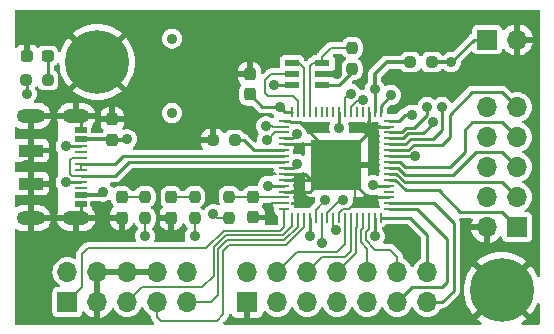
<source format=gbr>
%TF.GenerationSoftware,KiCad,Pcbnew,7.0.6*%
%TF.CreationDate,2023-11-02T18:38:28-04:00*%
%TF.ProjectId,FT2232_Board,46543232-3332-45f4-926f-6172642e6b69,rev?*%
%TF.SameCoordinates,Original*%
%TF.FileFunction,Copper,L1,Top*%
%TF.FilePolarity,Positive*%
%FSLAX46Y46*%
G04 Gerber Fmt 4.6, Leading zero omitted, Abs format (unit mm)*
G04 Created by KiCad (PCBNEW 7.0.6) date 2023-11-02 18:38:28*
%MOMM*%
%LPD*%
G01*
G04 APERTURE LIST*
G04 Aperture macros list*
%AMRoundRect*
0 Rectangle with rounded corners*
0 $1 Rounding radius*
0 $2 $3 $4 $5 $6 $7 $8 $9 X,Y pos of 4 corners*
0 Add a 4 corners polygon primitive as box body*
4,1,4,$2,$3,$4,$5,$6,$7,$8,$9,$2,$3,0*
0 Add four circle primitives for the rounded corners*
1,1,$1+$1,$2,$3*
1,1,$1+$1,$4,$5*
1,1,$1+$1,$6,$7*
1,1,$1+$1,$8,$9*
0 Add four rect primitives between the rounded corners*
20,1,$1+$1,$2,$3,$4,$5,0*
20,1,$1+$1,$4,$5,$6,$7,0*
20,1,$1+$1,$6,$7,$8,$9,0*
20,1,$1+$1,$8,$9,$2,$3,0*%
G04 Aperture macros list end*
%TA.AperFunction,SMDPad,CuDef*%
%ADD10R,1.000000X0.520000*%
%TD*%
%TA.AperFunction,SMDPad,CuDef*%
%ADD11R,1.000000X0.270000*%
%TD*%
%TA.AperFunction,SMDPad,CuDef*%
%ADD12R,2.000000X1.000000*%
%TD*%
%TA.AperFunction,ComponentPad*%
%ADD13O,2.316000X1.158000*%
%TD*%
%TA.AperFunction,ComponentPad*%
%ADD14O,2.400000X1.200000*%
%TD*%
%TA.AperFunction,ComponentPad*%
%ADD15C,0.800000*%
%TD*%
%TA.AperFunction,ComponentPad*%
%ADD16C,5.400000*%
%TD*%
%TA.AperFunction,SMDPad,CuDef*%
%ADD17R,1.270000X0.558800*%
%TD*%
%TA.AperFunction,SMDPad,CuDef*%
%ADD18RoundRect,0.062500X-0.337500X-0.062500X0.337500X-0.062500X0.337500X0.062500X-0.337500X0.062500X0*%
%TD*%
%TA.AperFunction,SMDPad,CuDef*%
%ADD19RoundRect,0.062500X-0.062500X-0.337500X0.062500X-0.337500X0.062500X0.337500X-0.062500X0.337500X0*%
%TD*%
%TA.AperFunction,SMDPad,CuDef*%
%ADD20R,4.350000X4.350000*%
%TD*%
%TA.AperFunction,SMDPad,CuDef*%
%ADD21RoundRect,0.237500X-0.250000X-0.237500X0.250000X-0.237500X0.250000X0.237500X-0.250000X0.237500X0*%
%TD*%
%TA.AperFunction,SMDPad,CuDef*%
%ADD22RoundRect,0.237500X0.250000X0.237500X-0.250000X0.237500X-0.250000X-0.237500X0.250000X-0.237500X0*%
%TD*%
%TA.AperFunction,SMDPad,CuDef*%
%ADD23RoundRect,0.237500X0.237500X-0.250000X0.237500X0.250000X-0.237500X0.250000X-0.237500X-0.250000X0*%
%TD*%
%TA.AperFunction,SMDPad,CuDef*%
%ADD24RoundRect,0.237500X-0.237500X0.250000X-0.237500X-0.250000X0.237500X-0.250000X0.237500X0.250000X0*%
%TD*%
%TA.AperFunction,ComponentPad*%
%ADD25R,1.700000X1.700000*%
%TD*%
%TA.AperFunction,ComponentPad*%
%ADD26O,1.700000X1.700000*%
%TD*%
%TA.AperFunction,SMDPad,CuDef*%
%ADD27RoundRect,0.237500X-0.287500X-0.237500X0.287500X-0.237500X0.287500X0.237500X-0.287500X0.237500X0*%
%TD*%
%TA.AperFunction,SMDPad,CuDef*%
%ADD28RoundRect,0.237500X0.237500X-0.287500X0.237500X0.287500X-0.237500X0.287500X-0.237500X-0.287500X0*%
%TD*%
%TA.AperFunction,SMDPad,CuDef*%
%ADD29RoundRect,0.237500X0.237500X-0.300000X0.237500X0.300000X-0.237500X0.300000X-0.237500X-0.300000X0*%
%TD*%
%TA.AperFunction,SMDPad,CuDef*%
%ADD30RoundRect,0.237500X-0.237500X0.300000X-0.237500X-0.300000X0.237500X-0.300000X0.237500X0.300000X0*%
%TD*%
%TA.AperFunction,ViaPad*%
%ADD31C,0.900000*%
%TD*%
%TA.AperFunction,Conductor*%
%ADD32C,0.200000*%
%TD*%
%TA.AperFunction,Conductor*%
%ADD33C,0.250000*%
%TD*%
%TA.AperFunction,Conductor*%
%ADD34C,0.300000*%
%TD*%
G04 APERTURE END LIST*
D10*
%TO.P,J1,1,GND*%
%TO.N,GND*%
X112898500Y-84528000D03*
%TO.P,J1,2,VBUS*%
%TO.N,/USB_5V*%
X112898500Y-85278000D03*
D11*
%TO.P,J1,3,CC1*%
%TO.N,Net-(J101-CC1)*%
X112898500Y-85878000D03*
%TO.P,J1,4,SBU2*%
%TO.N,unconnected-(J101-SBU2-Pad4)*%
X112898500Y-86378000D03*
%TO.P,J1,5,D-*%
%TO.N,/USB_DP*%
X112898500Y-86878000D03*
%TO.P,J1,6,D+*%
%TO.N,/USB_DM*%
X112898500Y-87378000D03*
%TO.P,J1,7,D+*%
X112898500Y-87878000D03*
%TO.P,J1,8,D-*%
%TO.N,/USB_DP*%
X112898500Y-88378000D03*
%TO.P,J1,9,CC2*%
%TO.N,Net-(J101-CC2)*%
X112898500Y-88878000D03*
%TO.P,J1,10,SBU1*%
%TO.N,unconnected-(J101-SBU1-Pad10)*%
X112898500Y-89378000D03*
D10*
%TO.P,J1,11,VBUS*%
%TO.N,/USB_5V*%
X112898500Y-89978000D03*
%TO.P,J1,12,GND*%
%TO.N,GND*%
X112898500Y-90728000D03*
D12*
%TO.P,J1,S1,SHIELD*%
X108698500Y-86228000D03*
%TO.P,J1,S2,SHIELD*%
X108698500Y-89028000D03*
D13*
%TO.P,J1,S3,SHIELD*%
X112523500Y-83308000D03*
%TO.P,J1,S4,SHIELD*%
X112523500Y-91948000D03*
D14*
%TO.P,J1,S5,SHIELD*%
X108698500Y-83308000D03*
%TO.P,J1,S6,SHIELD*%
X108698500Y-91948000D03*
%TD*%
D15*
%TO.P,H2,1,1*%
%TO.N,GND*%
X147107309Y-99475891D03*
D16*
X148539200Y-98044000D03*
D15*
X148539200Y-100069000D03*
X149971091Y-96612109D03*
X146514200Y-98044000D03*
X148539200Y-96019000D03*
X150564200Y-98044000D03*
X149971091Y-99475891D03*
X147107309Y-96612109D03*
%TD*%
%TO.P,H1,1,1*%
%TO.N,GND*%
X112868109Y-80171891D03*
D16*
X114300000Y-78740000D03*
D15*
X114300000Y-80765000D03*
X115731891Y-77308109D03*
X112275000Y-78740000D03*
X114300000Y-76715000D03*
X116325000Y-78740000D03*
X115731891Y-80171891D03*
X112868109Y-77308109D03*
%TD*%
D17*
%TO.P,U1,1,DO*%
%TO.N,Net-(U102-DO)*%
X133375400Y-80721200D03*
%TO.P,U1,2,VSS*%
%TO.N,GND*%
X133375400Y-79781400D03*
%TO.P,U1,3,DI*%
%TO.N,/EEDATA*%
X133375400Y-78841600D03*
%TO.P,U1,4,CLK*%
%TO.N,/EECLK*%
X130784600Y-78841600D03*
%TO.P,U1,5,CS*%
%TO.N,/EECS*%
X130784600Y-79781400D03*
%TO.P,U1,6,VCC*%
%TO.N,/3.3V*%
X130784600Y-80721200D03*
%TD*%
D18*
%TO.P,U2,1,GND*%
%TO.N,GND*%
X130096000Y-83700000D03*
%TO.P,U2,2,OSCI*%
%TO.N,Net-(U101-OSCI)*%
X130096000Y-84200000D03*
%TO.P,U2,3,OSCO*%
%TO.N,Net-(U101-OSCO)*%
X130096000Y-84700000D03*
%TO.P,U2,4,VPHY*%
%TO.N,Net-(U101-VPHY)*%
X130096000Y-85200000D03*
%TO.P,U2,5,GND*%
%TO.N,GND*%
X130096000Y-85700000D03*
%TO.P,U2,6,REF*%
%TO.N,Net-(U101-REF)*%
X130096000Y-86200000D03*
%TO.P,U2,7,DM*%
%TO.N,/USB_DM*%
X130096000Y-86700000D03*
%TO.P,U2,8,DP*%
%TO.N,/USB_DP*%
X130096000Y-87200000D03*
%TO.P,U2,9,VPLL*%
%TO.N,Net-(U101-VPHY)*%
X130096000Y-87700000D03*
%TO.P,U2,10,AGND*%
%TO.N,GND*%
X130096000Y-88200000D03*
%TO.P,U2,11,GND*%
X130096000Y-88700000D03*
%TO.P,U2,12,VCORE*%
%TO.N,/1.8V*%
X130096000Y-89200000D03*
%TO.P,U2,13,TEST*%
%TO.N,GND*%
X130096000Y-89700000D03*
%TO.P,U2,14,~{RESET}*%
%TO.N,/RESET_N*%
X130096000Y-90200000D03*
%TO.P,U2,15,GND*%
%TO.N,GND*%
X130096000Y-90700000D03*
%TO.P,U2,16,ADBUS0*%
%TO.N,/TCK*%
X130096000Y-91200000D03*
D19*
%TO.P,U2,17,ADBUS1*%
%TO.N,/TDI*%
X130796000Y-91900000D03*
%TO.P,U2,18,ADBUS2*%
%TO.N,/TDO*%
X131296000Y-91900000D03*
%TO.P,U2,19,ADBUS3*%
%TO.N,/TMS*%
X131796000Y-91900000D03*
%TO.P,U2,20,VCCIO*%
%TO.N,/VCCIO*%
X132296000Y-91900000D03*
%TO.P,U2,21,ADBUS4*%
%TO.N,/GPIOL0*%
X132796000Y-91900000D03*
%TO.P,U2,22,ADBUS5*%
%TO.N,/GPIOL1*%
X133296000Y-91900000D03*
%TO.P,U2,23,ADBUS6*%
%TO.N,/GPIOL2*%
X133796000Y-91900000D03*
%TO.P,U2,24,ADBUS7*%
%TO.N,/GPIOL3*%
X134296000Y-91900000D03*
%TO.P,U2,25,GND*%
%TO.N,GND*%
X134796000Y-91900000D03*
%TO.P,U2,26,ACBUS0*%
%TO.N,/GPIOH0*%
X135296000Y-91900000D03*
%TO.P,U2,27,ACBUS1*%
%TO.N,/GPIOH1*%
X135796000Y-91900000D03*
%TO.P,U2,28,ACBUS2*%
%TO.N,/GPIOH2*%
X136296000Y-91900000D03*
%TO.P,U2,29,ACBUS3*%
%TO.N,/GPIOH3*%
X136796000Y-91900000D03*
%TO.P,U2,30,ACBUS4*%
%TO.N,/GPIOH4*%
X137296000Y-91900000D03*
%TO.P,U2,31,VCCIO*%
%TO.N,/VCCIO*%
X137796000Y-91900000D03*
%TO.P,U2,32,ACBUS5*%
%TO.N,/GPIOH5*%
X138296000Y-91900000D03*
D18*
%TO.P,U2,33,ACBUS6*%
%TO.N,/GPIOH6*%
X138996000Y-91200000D03*
%TO.P,U2,34,ACBUS7*%
%TO.N,/GPIOH7*%
X138996000Y-90700000D03*
%TO.P,U2,35,GND*%
%TO.N,GND*%
X138996000Y-90200000D03*
%TO.P,U2,36,~{SUSPEND}*%
%TO.N,unconnected-(U101-~{SUSPEND}-Pad36)*%
X138996000Y-89700000D03*
%TO.P,U2,37,VCORE*%
%TO.N,/1.8V*%
X138996000Y-89200000D03*
%TO.P,U2,38,BDBUS0*%
%TO.N,/UART_TX_OUT*%
X138996000Y-88700000D03*
%TO.P,U2,39,BDBUS1*%
%TO.N,/UART_RX_IN*%
X138996000Y-88200000D03*
%TO.P,U2,40,BDBUS2*%
%TO.N,/UART_RTS_OUT*%
X138996000Y-87700000D03*
%TO.P,U2,41,BDBUS3*%
%TO.N,/UART_CTS_IN*%
X138996000Y-87200000D03*
%TO.P,U2,42,VCCIO*%
%TO.N,/VCCIO*%
X138996000Y-86700000D03*
%TO.P,U2,43,BDBUS4*%
%TO.N,/UART_DTR_OUT*%
X138996000Y-86200000D03*
%TO.P,U2,44,BDBUS5*%
%TO.N,/UART_DSR_IN*%
X138996000Y-85700000D03*
%TO.P,U2,45,BDBUS6*%
%TO.N,/UART_DCD_IN*%
X138996000Y-85200000D03*
%TO.P,U2,46,BDBUS7*%
%TO.N,/UART_RI_IN*%
X138996000Y-84700000D03*
%TO.P,U2,47,GND*%
%TO.N,GND*%
X138996000Y-84200000D03*
%TO.P,U2,48,BCBUS0*%
%TO.N,/TXDEN_OUT*%
X138996000Y-83700000D03*
D19*
%TO.P,U2,49,VREGOUT*%
%TO.N,/1.8V*%
X138296000Y-83000000D03*
%TO.P,U2,50,VREGIN*%
%TO.N,/3.3V*%
X137796000Y-83000000D03*
%TO.P,U2,51,GND*%
%TO.N,GND*%
X137296000Y-83000000D03*
%TO.P,U2,52,BCBUS1*%
%TO.N,unconnected-(U101-BCBUS1-Pad52)*%
X136796000Y-83000000D03*
%TO.P,U2,53,BCBUS2*%
%TO.N,unconnected-(U101-BCBUS2-Pad53)*%
X136296000Y-83000000D03*
%TO.P,U2,54,BCBUS3*%
%TO.N,/RX_LED*%
X135796000Y-83000000D03*
%TO.P,U2,55,BCBUS4*%
%TO.N,/TX_LED*%
X135296000Y-83000000D03*
%TO.P,U2,56,VCCIO*%
%TO.N,/VCCIO*%
X134796000Y-83000000D03*
%TO.P,U2,57,BCBUS5*%
%TO.N,unconnected-(U101-BCBUS5-Pad57)*%
X134296000Y-83000000D03*
%TO.P,U2,58,BCBUS6*%
%TO.N,unconnected-(U101-BCBUS6-Pad58)*%
X133796000Y-83000000D03*
%TO.P,U2,59,BCBUS7*%
%TO.N,unconnected-(U101-BCBUS7-Pad59)*%
X133296000Y-83000000D03*
%TO.P,U2,60,~{PWREN}*%
%TO.N,unconnected-(U101-~{PWREN}-Pad60)*%
X132796000Y-83000000D03*
%TO.P,U2,61,EEDATA*%
%TO.N,/EEDATA*%
X132296000Y-83000000D03*
%TO.P,U2,62,EECLK*%
%TO.N,/EECLK*%
X131796000Y-83000000D03*
%TO.P,U2,63,EECS*%
%TO.N,/EECS*%
X131296000Y-83000000D03*
%TO.P,U2,64,VCORE*%
%TO.N,/1.8V*%
X130796000Y-83000000D03*
D20*
%TO.P,U2,65,GND*%
%TO.N,GND*%
X134546000Y-87450000D03*
%TD*%
D21*
%TO.P,R1,1*%
%TO.N,/3.3V*%
X108307500Y-80264000D03*
%TO.P,R1,2*%
%TO.N,Net-(D103-A)*%
X110132500Y-80264000D03*
%TD*%
D22*
%TO.P,R7,1*%
%TO.N,/VCCIO*%
X142644500Y-78740000D03*
%TO.P,R7,2*%
%TO.N,/3.3V*%
X140819500Y-78740000D03*
%TD*%
D23*
%TO.P,R4,2*%
%TO.N,Net-(D102-A)*%
X122555000Y-90146500D03*
%TO.P,R4,1*%
%TO.N,/RX_LED*%
X122555000Y-91971500D03*
%TD*%
%TO.P,R5,1*%
%TO.N,/TX_LED*%
X118364000Y-91948000D03*
%TO.P,R5,2*%
%TO.N,Net-(D101-A)*%
X118364000Y-90123000D03*
%TD*%
D24*
%TO.P,R2,2*%
%TO.N,Net-(U102-DO)*%
X135890000Y-79347700D03*
%TO.P,R2,1*%
%TO.N,/EEDATA*%
X135890000Y-77522700D03*
%TD*%
D22*
%TO.P,R3,1*%
%TO.N,Net-(U101-REF)*%
X125931300Y-85344000D03*
%TO.P,R3,2*%
%TO.N,GND*%
X124106300Y-85344000D03*
%TD*%
D24*
%TO.P,R6,1*%
%TO.N,/RESET_N*%
X125476000Y-90123000D03*
%TO.P,R6,2*%
%TO.N,/3.3V*%
X125476000Y-91948000D03*
%TD*%
D25*
%TO.P,J4,1,Pin_1*%
%TO.N,/VCCIO*%
X147315000Y-76835000D03*
D26*
%TO.P,J4,2,Pin_2*%
%TO.N,GND*%
X149855000Y-76835000D03*
%TD*%
D25*
%TO.P,J3,1,Pin_1*%
%TO.N,GND*%
X127000000Y-99060000D03*
D26*
%TO.P,J3,2,Pin_2*%
%TO.N,/VCCIO*%
X127000000Y-96520000D03*
%TO.P,J3,3,Pin_3*%
%TO.N,/GPIOL0*%
X129540000Y-99060000D03*
%TO.P,J3,4,Pin_4*%
%TO.N,/GPIOH0*%
X129540000Y-96520000D03*
%TO.P,J3,5,Pin_5*%
%TO.N,/GPIOL1*%
X132080000Y-99060000D03*
%TO.P,J3,6,Pin_6*%
%TO.N,/GPIOH1*%
X132080000Y-96520000D03*
%TO.P,J3,7,Pin_7*%
%TO.N,/GPIOL2*%
X134620000Y-99060000D03*
%TO.P,J3,8,Pin_8*%
%TO.N,/GPIOH2*%
X134620000Y-96520000D03*
%TO.P,J3,9,Pin_9*%
%TO.N,/GPIOL3*%
X137160000Y-99060000D03*
%TO.P,J3,10,Pin_10*%
%TO.N,/GPIOH3*%
X137160000Y-96520000D03*
%TO.P,J3,11,Pin_11*%
%TO.N,/GPIOH6*%
X139700000Y-99060000D03*
%TO.P,J3,12,Pin_12*%
%TO.N,/GPIOH4*%
X139700000Y-96520000D03*
%TO.P,J3,13,Pin_13*%
%TO.N,/GPIOH7*%
X142240000Y-99060000D03*
%TO.P,J3,14,Pin_14*%
%TO.N,/GPIOH5*%
X142240000Y-96520000D03*
%TD*%
D25*
%TO.P,J5,1,Pin_1*%
%TO.N,/UART_TX_OUT*%
X149860000Y-92710000D03*
D26*
%TO.P,J5,2,Pin_2*%
%TO.N,GND*%
X147320000Y-92710000D03*
%TO.P,J5,3,Pin_3*%
%TO.N,/UART_RX_IN*%
X149860000Y-90170000D03*
%TO.P,J5,4,Pin_4*%
%TO.N,/TXDEN_OUT*%
X147320000Y-90170000D03*
%TO.P,J5,5,Pin_5*%
%TO.N,/UART_RTS_OUT*%
X149860000Y-87630000D03*
%TO.P,J5,6,Pin_6*%
%TO.N,/UART_RI_IN*%
X147320000Y-87630000D03*
%TO.P,J5,7,Pin_7*%
%TO.N,/UART_CTS_IN*%
X149860000Y-85090000D03*
%TO.P,J5,8,Pin_8*%
%TO.N,/UART_DCD_IN*%
X147320000Y-85090000D03*
%TO.P,J5,9,Pin_9*%
%TO.N,/UART_DTR_OUT*%
X149860000Y-82550000D03*
%TO.P,J5,10,Pin_10*%
%TO.N,/UART_DSR_IN*%
X147320000Y-82550000D03*
%TD*%
D25*
%TO.P,J2,1,Pin_1*%
%TO.N,/TCK*%
X111760000Y-99060000D03*
D26*
%TO.P,J2,2,Pin_2*%
%TO.N,/VCCIO*%
X111760000Y-96520000D03*
%TO.P,J2,3,Pin_3*%
%TO.N,GND*%
X114300000Y-99060000D03*
%TO.P,J2,4,Pin_4*%
X114300000Y-96520000D03*
%TO.P,J2,5,Pin_5*%
%TO.N,/TDI*%
X116840000Y-99060000D03*
%TO.P,J2,6,Pin_6*%
%TO.N,GND*%
X116840000Y-96520000D03*
%TO.P,J2,7,Pin_7*%
%TO.N,/TMS*%
X119380000Y-99060000D03*
%TO.P,J2,8,Pin_8*%
%TO.N,GND*%
X119380000Y-96520000D03*
%TO.P,J2,9,Pin_9*%
%TO.N,/TDO*%
X121920000Y-99060000D03*
%TO.P,J2,10,Pin_10*%
%TO.N,unconnected-(J102-Pin_10-Pad10)*%
X121920000Y-96520000D03*
%TD*%
D27*
%TO.P,D1,2,A*%
%TO.N,Net-(D103-A)*%
X110095000Y-78232000D03*
%TO.P,D1,1,K*%
%TO.N,GND*%
X108345000Y-78232000D03*
%TD*%
D28*
%TO.P,D2,2,A*%
%TO.N,Net-(D102-A)*%
X120555000Y-90184000D03*
%TO.P,D2,1,K*%
%TO.N,GND*%
X120555000Y-91934000D03*
%TD*%
%TO.P,D3,1,K*%
%TO.N,GND*%
X116364000Y-91910500D03*
%TO.P,D3,2,A*%
%TO.N,Net-(D101-A)*%
X116364000Y-90160500D03*
%TD*%
D29*
%TO.P,C1,2*%
%TO.N,GND*%
X115570000Y-83592500D03*
%TO.P,C1,1*%
%TO.N,/USB_5V*%
X115570000Y-85317500D03*
%TD*%
%TO.P,C2,2*%
%TO.N,GND*%
X127203200Y-79756000D03*
%TO.P,C2,1*%
%TO.N,/1.8V*%
X127203200Y-81481000D03*
%TD*%
D30*
%TO.P,C3,2*%
%TO.N,GND*%
X127508000Y-91898000D03*
%TO.P,C3,1*%
%TO.N,/RESET_N*%
X127508000Y-90173000D03*
%TD*%
D31*
%TO.N,GND*%
X140360400Y-93573600D03*
X150571200Y-79908400D03*
X132080000Y-76606400D03*
X108254800Y-100126800D03*
X108559600Y-75488800D03*
%TO.N,Net-(U101-OSCO)*%
X128676400Y-85344000D03*
%TO.N,Net-(U101-OSCI)*%
X128574800Y-84175600D03*
%TO.N,GND*%
X140817600Y-80721200D03*
X117957600Y-81991200D03*
X117602000Y-88442800D03*
X124256800Y-88696800D03*
X120548400Y-93370400D03*
%TO.N,/TX_LED*%
X135763000Y-81407000D03*
%TO.N,/RX_LED*%
X136779000Y-81915000D03*
X122555000Y-93495500D03*
%TO.N,/TX_LED*%
X118364000Y-93472000D03*
%TO.N,/3.3V*%
X124142500Y-91630500D03*
%TO.N,GND*%
X128905000Y-91567000D03*
%TO.N,/GPIOL0*%
X133604000Y-90424000D03*
%TO.N,/GPIOL2*%
X135128000Y-90424000D03*
%TO.N,/GPIOL1*%
X133350000Y-94100500D03*
%TO.N,/GPIOL3*%
X134546500Y-92964000D03*
%TO.N,/TXDEN_OUT*%
X140970000Y-83185000D03*
%TO.N,/UART_RI_IN*%
X142240000Y-82550000D03*
%TO.N,/UART_DCD_IN*%
X142735500Y-83820000D03*
%TO.N,/UART_DSR_IN*%
X143510000Y-82550000D03*
%TO.N,Net-(U101-VPHY)*%
X131191000Y-87376000D03*
X131191000Y-84836000D03*
%TO.N,/3.3V*%
X120650000Y-83058000D03*
X120650000Y-76758800D03*
%TO.N,GND*%
X123190000Y-81991200D03*
%TO.N,/3.3V*%
X108331000Y-81432400D03*
%TO.N,Net-(J101-CC2)*%
X111633000Y-88900000D03*
%TO.N,Net-(J101-CC1)*%
X111633000Y-85852000D03*
%TO.N,GND*%
X108305600Y-87477600D03*
%TO.N,/USB_5V*%
X116840000Y-85278000D03*
X114808000Y-89712800D03*
%TO.N,GND*%
X134620000Y-79781400D03*
%TO.N,/VCCIO*%
X132296000Y-93472000D03*
%TO.N,/1.8V*%
X128778000Y-89200000D03*
X137668000Y-89154000D03*
%TO.N,GND*%
X134620000Y-87376000D03*
X132842000Y-89154000D03*
X136144000Y-89154000D03*
X136144000Y-85852000D03*
X127203200Y-78232000D03*
%TO.N,/1.8V*%
X129794000Y-82550000D03*
%TO.N,/3.3V*%
X129286000Y-80721200D03*
X137796000Y-81026000D03*
%TO.N,/1.8V*%
X139192000Y-81534000D03*
%TO.N,/VCCIO*%
X137796000Y-93472000D03*
X134796000Y-84328000D03*
X141224000Y-86700000D03*
X144272000Y-78740000D03*
%TD*%
D32*
%TO.N,/TMS*%
X119380000Y-100330000D02*
X119380000Y-99060000D01*
X119684800Y-100634800D02*
X119380000Y-100330000D01*
X124968000Y-100076000D02*
X124409200Y-100634800D01*
X124968000Y-94742000D02*
X124968000Y-100076000D01*
X130302000Y-94234000D02*
X125476000Y-94234000D01*
X125476000Y-94234000D02*
X124968000Y-94742000D01*
X131796000Y-92740000D02*
X130302000Y-94234000D01*
X131796000Y-91900000D02*
X131796000Y-92740000D01*
X124409200Y-100634800D02*
X119684800Y-100634800D01*
D33*
%TO.N,/GPIOH7*%
X142820800Y-90700000D02*
X138996000Y-90700000D01*
X144475200Y-92354400D02*
X142820800Y-90700000D01*
X144475200Y-98094800D02*
X144475200Y-92354400D01*
X143510000Y-99060000D02*
X144475200Y-98094800D01*
X142240000Y-99060000D02*
X143510000Y-99060000D01*
%TO.N,/GPIOH6*%
X140970000Y-97790000D02*
X139700000Y-99060000D01*
X143510000Y-97790000D02*
X140970000Y-97790000D01*
X143916400Y-93751400D02*
X143916400Y-97383600D01*
X138996000Y-91200000D02*
X141365000Y-91200000D01*
X141365000Y-91200000D02*
X143916400Y-93751400D01*
X143916400Y-97383600D02*
X143510000Y-97790000D01*
%TO.N,/UART_TX_OUT*%
X139500000Y-88700000D02*
X138996000Y-88700000D01*
X140411200Y-89611200D02*
X139500000Y-88700000D01*
X145034000Y-91440000D02*
X143205200Y-89611200D01*
X148590000Y-91440000D02*
X145034000Y-91440000D01*
X149860000Y-92710000D02*
X148590000Y-91440000D01*
X143205200Y-89611200D02*
X140411200Y-89611200D01*
D32*
%TO.N,/USB_DM*%
X112898500Y-87878000D02*
X112898500Y-87378000D01*
D34*
%TO.N,/USB_5V*%
X114808000Y-89712800D02*
X114542800Y-89978000D01*
X112898500Y-89978000D02*
X114542800Y-89978000D01*
D32*
%TO.N,/USB_DP*%
X112014000Y-88184984D02*
X112014000Y-87579200D01*
X112207016Y-88378000D02*
X112014000Y-88184984D01*
X112898500Y-88378000D02*
X112207016Y-88378000D01*
X112014000Y-87579200D02*
X112014000Y-87884000D01*
X112014000Y-87027500D02*
X112014000Y-87579200D01*
X112163500Y-86878000D02*
X112014000Y-87027500D01*
X112898500Y-86878000D02*
X112163500Y-86878000D01*
%TO.N,/GPIOL3*%
X134296000Y-92713500D02*
X134546500Y-92964000D01*
X134296000Y-91900000D02*
X134296000Y-92713500D01*
%TO.N,Net-(U101-OSCI)*%
X129160000Y-84175600D02*
X128574800Y-84175600D01*
X129184400Y-84200000D02*
X129160000Y-84175600D01*
X129184400Y-84200000D02*
X130096000Y-84200000D01*
%TO.N,Net-(U101-OSCO)*%
X128727200Y-85344000D02*
X128676400Y-85344000D01*
X129371200Y-84700000D02*
X128727200Y-85344000D01*
X128676400Y-85394800D02*
X128574800Y-85496400D01*
X128676400Y-85344000D02*
X128676400Y-85394800D01*
%TO.N,Net-(U101-OSCI)*%
X128574800Y-84175600D02*
X128625600Y-84226400D01*
X128625600Y-84226400D02*
X128625600Y-84277200D01*
%TO.N,Net-(U101-OSCO)*%
X130096000Y-84700000D02*
X129371200Y-84700000D01*
D33*
%TO.N,Net-(U101-REF)*%
X126695200Y-85344000D02*
X125931300Y-85344000D01*
X127551200Y-86200000D02*
X126695200Y-85344000D01*
X130096000Y-86200000D02*
X127551200Y-86200000D01*
D32*
%TO.N,/EECS*%
X129006600Y-79781400D02*
X130784600Y-79781400D01*
X128524000Y-80264000D02*
X129006600Y-79781400D01*
X128778000Y-81635600D02*
X128524000Y-81381600D01*
X128524000Y-81381600D02*
X128524000Y-80264000D01*
X130860800Y-81635600D02*
X128778000Y-81635600D01*
X131296000Y-82070800D02*
X130860800Y-81635600D01*
X131296000Y-83000000D02*
X131296000Y-82070800D01*
%TO.N,/EEDATA*%
X132296000Y-79086000D02*
X132296000Y-83000000D01*
X133375400Y-78841600D02*
X132540400Y-78841600D01*
X132540400Y-78841600D02*
X132296000Y-79086000D01*
%TO.N,/EECLK*%
X131359200Y-78841600D02*
X130784600Y-78841600D01*
X131796000Y-79278400D02*
X131359200Y-78841600D01*
X131796000Y-83000000D02*
X131796000Y-79278400D01*
D33*
%TO.N,/1.8V*%
X128272200Y-82550000D02*
X127203200Y-81481000D01*
X129794000Y-82550000D02*
X128272200Y-82550000D01*
D32*
%TO.N,/TX_LED*%
X135763000Y-81280000D02*
X135763000Y-81280000D01*
X135763000Y-81407000D02*
X135763000Y-81280000D01*
X135636000Y-81407000D02*
X135763000Y-81407000D01*
X135296000Y-81747000D02*
X135636000Y-81407000D01*
X135296000Y-83000000D02*
X135296000Y-81747000D01*
D33*
%TO.N,Net-(U102-DO)*%
X134776216Y-80721200D02*
X135890000Y-79607416D01*
X135890000Y-79607416D02*
X135890000Y-79347700D01*
X133375400Y-80721200D02*
X134776216Y-80721200D01*
D32*
%TO.N,/RX_LED*%
X136398000Y-81915000D02*
X136779000Y-81915000D01*
X135796000Y-82517000D02*
X136398000Y-81915000D01*
X135796000Y-83000000D02*
X135796000Y-82517000D01*
%TO.N,/EEDATA*%
X135866500Y-77546200D02*
X135890000Y-77522700D01*
X134112000Y-77546200D02*
X135866500Y-77546200D01*
X133375400Y-78282800D02*
X134112000Y-77546200D01*
X133375400Y-78841600D02*
X133375400Y-78282800D01*
%TO.N,/TX_LED*%
X118491000Y-93472000D02*
X118491000Y-93345000D01*
X118364000Y-91948000D02*
X118364000Y-93472000D01*
%TO.N,/RX_LED*%
X122555000Y-91971500D02*
X122555000Y-93495500D01*
%TO.N,Net-(D101-A)*%
X118364000Y-90123000D02*
X116401500Y-90123000D01*
X116528500Y-90123000D02*
X116491000Y-90160500D01*
%TO.N,Net-(D102-A)*%
X122555000Y-90146500D02*
X120592500Y-90146500D01*
%TO.N,/3.3V*%
X124460000Y-91948000D02*
X125476000Y-91948000D01*
X124142500Y-91630500D02*
X124460000Y-91948000D01*
%TO.N,/RESET_N*%
X125526000Y-90173000D02*
X125476000Y-90123000D01*
X127508000Y-90173000D02*
X125526000Y-90173000D01*
%TO.N,GND*%
X128905000Y-91567000D02*
X128905000Y-91694000D01*
%TO.N,/RESET_N*%
X127535000Y-90200000D02*
X127508000Y-90173000D01*
X130096000Y-90200000D02*
X127535000Y-90200000D01*
%TO.N,GND*%
X127585000Y-91821000D02*
X127508000Y-91898000D01*
X128905000Y-91694000D02*
X128778000Y-91821000D01*
X128905000Y-90932000D02*
X128905000Y-91567000D01*
X129137000Y-90700000D02*
X128905000Y-90932000D01*
X130096000Y-90700000D02*
X129137000Y-90700000D01*
X128778000Y-91821000D02*
X127585000Y-91821000D01*
%TO.N,/TCK*%
X129743686Y-93014314D02*
X130096000Y-92662000D01*
X123524943Y-94488000D02*
X124998629Y-93014314D01*
X124998629Y-93014314D02*
X129743686Y-93014314D01*
X113538000Y-94488000D02*
X123524943Y-94488000D01*
X113030000Y-94996000D02*
X113538000Y-94488000D01*
X130096000Y-92662000D02*
X130096000Y-91200000D01*
X111760000Y-99060000D02*
X113030000Y-97790000D01*
X113030000Y-97790000D02*
X113030000Y-94996000D01*
%TO.N,/TDI*%
X118110000Y-97790000D02*
X116840000Y-99060000D01*
X123190000Y-97790000D02*
X118110000Y-97790000D01*
X124168000Y-96812000D02*
X123190000Y-97790000D01*
X124168000Y-94410630D02*
X124168000Y-96812000D01*
X125164315Y-93414314D02*
X124168000Y-94410630D01*
X129990314Y-93414314D02*
X125164315Y-93414314D01*
X130796000Y-92608628D02*
X129990314Y-93414314D01*
X130796000Y-91900000D02*
X130796000Y-92608628D01*
%TO.N,/TDO*%
X123952000Y-99060000D02*
X121920000Y-99060000D01*
X124568000Y-98444000D02*
X123952000Y-99060000D01*
X124568000Y-94576315D02*
X124568000Y-98444000D01*
X125310314Y-93834000D02*
X124568000Y-94576315D01*
X130136314Y-93834000D02*
X125310314Y-93834000D01*
X131296000Y-92674314D02*
X130136314Y-93834000D01*
X131296000Y-91900000D02*
X131296000Y-92674314D01*
%TO.N,/GPIOL0*%
X132796000Y-91232000D02*
X133604000Y-90424000D01*
X132796000Y-91900000D02*
X132796000Y-91232000D01*
%TO.N,/GPIOL1*%
X133350000Y-94100500D02*
X133296000Y-94046500D01*
X133296000Y-94046500D02*
X133296000Y-91900000D01*
%TO.N,/GPIOL2*%
X134859348Y-90424000D02*
X135128000Y-90424000D01*
X133796000Y-91487348D02*
X134859348Y-90424000D01*
X133796000Y-91900000D02*
X133796000Y-91487348D01*
%TO.N,/GPIOL3*%
X134620000Y-93037500D02*
X134620000Y-93218000D01*
X134546500Y-92964000D02*
X134620000Y-93037500D01*
%TO.N,GND*%
X136144000Y-90678000D02*
X136144000Y-89154000D01*
X135636000Y-91186000D02*
X136144000Y-90678000D01*
X134796000Y-91487348D02*
X135097348Y-91186000D01*
X134796000Y-91900000D02*
X134796000Y-91487348D01*
X135097348Y-91186000D02*
X135636000Y-91186000D01*
%TO.N,/GPIOH0*%
X131210000Y-94850000D02*
X129540000Y-96520000D01*
X134620000Y-94850000D02*
X131210000Y-94850000D01*
X135296000Y-94174000D02*
X134620000Y-94850000D01*
X135296000Y-91900000D02*
X135296000Y-94174000D01*
%TO.N,/GPIOH1*%
X133350000Y-95250000D02*
X132080000Y-96520000D01*
X135255000Y-95250000D02*
X133350000Y-95250000D01*
X135796000Y-94709000D02*
X135255000Y-95250000D01*
X135796000Y-91900000D02*
X135796000Y-94709000D01*
%TO.N,/GPIOH2*%
X136221000Y-94919000D02*
X134620000Y-96520000D01*
X136296000Y-92744613D02*
X136221000Y-92819614D01*
X136221000Y-92819614D02*
X136221000Y-94919000D01*
X136296000Y-91900000D02*
X136296000Y-92744613D01*
%TO.N,/GPIOH3*%
X137160000Y-94545686D02*
X137160000Y-96520000D01*
X136621000Y-94006686D02*
X137160000Y-94545686D01*
X136621000Y-92985299D02*
X136621000Y-94006686D01*
X136796000Y-92810298D02*
X136621000Y-92985299D01*
X136796000Y-91900000D02*
X136796000Y-92810298D01*
%TO.N,/GPIOH4*%
X139065000Y-94615000D02*
X139700000Y-95250000D01*
X137795000Y-94615000D02*
X139065000Y-94615000D01*
X139700000Y-95250000D02*
X139700000Y-96520000D01*
X137021000Y-93841000D02*
X137795000Y-94615000D01*
X137021000Y-93150984D02*
X137021000Y-93841000D01*
X137296000Y-92875984D02*
X137021000Y-93150984D01*
X137296000Y-91900000D02*
X137296000Y-92875984D01*
D33*
%TO.N,/GPIOH5*%
X140795000Y-91900000D02*
X142240000Y-93345000D01*
X138296000Y-91900000D02*
X140795000Y-91900000D01*
X142240000Y-93345000D02*
X142240000Y-96520000D01*
%TO.N,/UART_RI_IN*%
X141095000Y-84330000D02*
X142240000Y-83185000D01*
X142240000Y-83185000D02*
X142240000Y-82550000D01*
X140457208Y-84330000D02*
X141095000Y-84330000D01*
X140087208Y-84700000D02*
X140457208Y-84330000D01*
X138996000Y-84700000D02*
X140087208Y-84700000D01*
%TO.N,/UART_DCD_IN*%
X141915000Y-84780000D02*
X140643604Y-84780000D01*
X140223604Y-85200000D02*
X138996000Y-85200000D01*
X142735500Y-83959500D02*
X141915000Y-84780000D01*
X142735500Y-83820000D02*
X142735500Y-83959500D01*
X140643604Y-84780000D02*
X140223604Y-85200000D01*
%TO.N,/TXDEN_OUT*%
X140335000Y-83185000D02*
X140970000Y-83185000D01*
X139820000Y-83700000D02*
X140335000Y-83185000D01*
X138996000Y-83700000D02*
X139820000Y-83700000D01*
%TO.N,/UART_DSR_IN*%
X140360000Y-85700000D02*
X138996000Y-85700000D01*
X142735000Y-85230000D02*
X140830000Y-85230000D01*
X143510000Y-84455000D02*
X142735000Y-85230000D01*
X140830000Y-85230000D02*
X140360000Y-85700000D01*
X143510000Y-82550000D02*
X143510000Y-84455000D01*
%TO.N,/UART_DTR_OUT*%
X140627984Y-86200000D02*
X138996000Y-86200000D01*
X141102984Y-85725000D02*
X140627984Y-86200000D01*
X143510000Y-85725000D02*
X141102984Y-85725000D01*
X144145000Y-85090000D02*
X143510000Y-85725000D01*
X144145000Y-83185000D02*
X144145000Y-85090000D01*
X146050000Y-81280000D02*
X144145000Y-83185000D01*
X148590000Y-81280000D02*
X146050000Y-81280000D01*
X149860000Y-82550000D02*
X148590000Y-81280000D01*
%TO.N,/UART_CTS_IN*%
X139909188Y-87200000D02*
X138996000Y-87200000D01*
X140339188Y-87630000D02*
X139909188Y-87200000D01*
X144145000Y-87630000D02*
X140339188Y-87630000D01*
X145415000Y-86360000D02*
X144145000Y-87630000D01*
X145415000Y-84455000D02*
X145415000Y-86360000D01*
X146050000Y-83820000D02*
X145415000Y-84455000D01*
X148590000Y-83820000D02*
X146050000Y-83820000D01*
X149860000Y-85090000D02*
X148590000Y-83820000D01*
%TO.N,/UART_RTS_OUT*%
X140337792Y-88265000D02*
X139772792Y-87700000D01*
X139772792Y-87700000D02*
X138996000Y-87700000D01*
X146367500Y-86360000D02*
X144462500Y-88265000D01*
X149860000Y-87630000D02*
X148590000Y-86360000D01*
X148590000Y-86360000D02*
X146367500Y-86360000D01*
X144462500Y-88265000D02*
X140337792Y-88265000D01*
%TO.N,/UART_RX_IN*%
X139636396Y-88200000D02*
X138996000Y-88200000D01*
X148590000Y-88900000D02*
X140336396Y-88900000D01*
X149860000Y-90170000D02*
X148590000Y-88900000D01*
X140336396Y-88900000D02*
X139636396Y-88200000D01*
%TO.N,/VCCIO*%
X146177000Y-76835000D02*
X144272000Y-78740000D01*
X147315000Y-76835000D02*
X146177000Y-76835000D01*
%TO.N,Net-(U101-VPHY)*%
X130867000Y-87700000D02*
X131191000Y-87376000D01*
X130096000Y-87700000D02*
X130867000Y-87700000D01*
X131191000Y-84836000D02*
X131064000Y-84963000D01*
%TO.N,GND*%
X130547992Y-83700000D02*
X130096000Y-83700000D01*
X131445000Y-83820000D02*
X130667992Y-83820000D01*
X130667992Y-83820000D02*
X130547992Y-83700000D01*
X134546000Y-86921000D02*
X131445000Y-83820000D01*
X134546000Y-87450000D02*
X134546000Y-86921000D01*
%TO.N,Net-(U101-VPHY)*%
X130827000Y-85200000D02*
X131191000Y-84836000D01*
X130096000Y-85200000D02*
X130827000Y-85200000D01*
D34*
%TO.N,/3.3V*%
X137795000Y-79756000D02*
X137795000Y-81025000D01*
X138811000Y-78740000D02*
X137795000Y-79756000D01*
X137795000Y-81025000D02*
X137796000Y-81026000D01*
X140819500Y-78740000D02*
X138811000Y-78740000D01*
D33*
%TO.N,Net-(D103-A)*%
X110132500Y-78269500D02*
X110095000Y-78232000D01*
X110132500Y-80264000D02*
X110132500Y-78269500D01*
%TO.N,/3.3V*%
X108331000Y-80287500D02*
X108307500Y-80264000D01*
X108331000Y-81661000D02*
X108331000Y-80287500D01*
%TO.N,Net-(J101-CC2)*%
X111633000Y-88900000D02*
X111655000Y-88878000D01*
X112898500Y-88878000D02*
X111655000Y-88878000D01*
%TO.N,Net-(J101-CC1)*%
X111659000Y-85878000D02*
X111633000Y-85852000D01*
X112898500Y-85878000D02*
X111659000Y-85878000D01*
D34*
%TO.N,/USB_5V*%
X116800500Y-85317500D02*
X116840000Y-85278000D01*
X115570000Y-85317500D02*
X116800500Y-85317500D01*
D33*
X115530500Y-85278000D02*
X115570000Y-85317500D01*
D34*
X112898500Y-85278000D02*
X115530500Y-85278000D01*
D33*
X114873000Y-89978000D02*
X114935000Y-89916000D01*
%TO.N,GND*%
X112898500Y-90728000D02*
X112898500Y-91573000D01*
X112898500Y-91573000D02*
X112523500Y-91948000D01*
X112898500Y-83683000D02*
X112523500Y-83308000D01*
X112898500Y-84528000D02*
X112898500Y-83683000D01*
X115570000Y-80518000D02*
X114300000Y-79248000D01*
X133375400Y-79781400D02*
X134620000Y-79781400D01*
%TO.N,/VCCIO*%
X132296000Y-91900000D02*
X132296000Y-93472000D01*
%TO.N,/1.8V*%
X130096000Y-89200000D02*
X128778000Y-89200000D01*
%TO.N,GND*%
X132388000Y-88700000D02*
X132842000Y-89154000D01*
X130096000Y-88700000D02*
X132388000Y-88700000D01*
X130096000Y-88200000D02*
X131888000Y-88200000D01*
X131888000Y-88200000D02*
X132842000Y-89154000D01*
X132296000Y-89700000D02*
X132842000Y-89154000D01*
X130096000Y-89700000D02*
X132296000Y-89700000D01*
X130096000Y-85700000D02*
X132796000Y-85700000D01*
X132796000Y-85700000D02*
X134546000Y-87450000D01*
%TO.N,/USB_DP*%
X117016000Y-87200000D02*
X130096000Y-87200000D01*
X115824000Y-88392000D02*
X117016000Y-87200000D01*
X112898500Y-88378000D02*
X115810000Y-88378000D01*
X115810000Y-88378000D02*
X115824000Y-88392000D01*
%TO.N,/1.8V*%
X137714000Y-89200000D02*
X137668000Y-89154000D01*
X138996000Y-89200000D02*
X137714000Y-89200000D01*
%TO.N,GND*%
X137190000Y-90200000D02*
X136144000Y-89154000D01*
X138996000Y-90200000D02*
X137190000Y-90200000D01*
X137296000Y-83000000D02*
X137296000Y-84700000D01*
X137296000Y-84700000D02*
X137160000Y-84836000D01*
X137160000Y-84836000D02*
X136144000Y-85852000D01*
X137796000Y-84200000D02*
X137160000Y-84836000D01*
X138996000Y-84200000D02*
X137796000Y-84200000D01*
X127203200Y-79756000D02*
X127203200Y-78232000D01*
%TO.N,/1.8V*%
X130244000Y-83000000D02*
X130796000Y-83000000D01*
X129794000Y-82550000D02*
X130244000Y-83000000D01*
%TO.N,/3.3V*%
X130784600Y-80721200D02*
X129286000Y-80721200D01*
X137796000Y-81026000D02*
X137796000Y-83000000D01*
%TO.N,/1.8V*%
X138296000Y-82430000D02*
X139192000Y-81534000D01*
X138296000Y-83000000D02*
X138296000Y-82430000D01*
%TO.N,/VCCIO*%
X137796000Y-91900000D02*
X137796000Y-93472000D01*
X134796000Y-83000000D02*
X134796000Y-84328000D01*
X138996000Y-86700000D02*
X141224000Y-86700000D01*
D34*
X142644500Y-78740000D02*
X144272000Y-78740000D01*
D33*
%TO.N,/USB_DM*%
X116500000Y-86700000D02*
X115822000Y-87378000D01*
X130096000Y-86700000D02*
X116500000Y-86700000D01*
X115822000Y-87378000D02*
X112898500Y-87378000D01*
%TD*%
%TA.AperFunction,Conductor*%
%TO.N,GND*%
G36*
X151708039Y-74314685D02*
G01*
X151753794Y-74367489D01*
X151765000Y-74419000D01*
X151765000Y-96846377D01*
X151745315Y-96913416D01*
X151692511Y-96959171D01*
X151623353Y-96969115D01*
X151559797Y-96940090D01*
X151526439Y-96893830D01*
X151426843Y-96653385D01*
X151252984Y-96338810D01*
X151252981Y-96338805D01*
X151045006Y-96045693D01*
X150972355Y-95964397D01*
X150165281Y-96771470D01*
X150206586Y-96709654D01*
X150225989Y-96612109D01*
X150206586Y-96514564D01*
X150151331Y-96431869D01*
X150068636Y-96376614D01*
X149995715Y-96362109D01*
X149946467Y-96362109D01*
X149873546Y-96376614D01*
X149811722Y-96417922D01*
X150618802Y-95610843D01*
X150537506Y-95538193D01*
X150244394Y-95330218D01*
X150244389Y-95330215D01*
X149929813Y-95156355D01*
X149929809Y-95156353D01*
X149597752Y-95018812D01*
X149252394Y-94919316D01*
X149252385Y-94919314D01*
X148898058Y-94859112D01*
X148898046Y-94859110D01*
X148539199Y-94838958D01*
X148180353Y-94859110D01*
X148180341Y-94859112D01*
X147826014Y-94919314D01*
X147826005Y-94919316D01*
X147480647Y-95018812D01*
X147148590Y-95156353D01*
X147148586Y-95156355D01*
X146834010Y-95330215D01*
X146834005Y-95330218D01*
X146540893Y-95538194D01*
X146540885Y-95538199D01*
X146459597Y-95610842D01*
X147266678Y-96417923D01*
X147204854Y-96376614D01*
X147131933Y-96362109D01*
X147082685Y-96362109D01*
X147009764Y-96376614D01*
X146927069Y-96431869D01*
X146871814Y-96514564D01*
X146852411Y-96612109D01*
X146871814Y-96709654D01*
X146913121Y-96771475D01*
X146106043Y-95964397D01*
X146106042Y-95964397D01*
X146033399Y-96045685D01*
X146033394Y-96045693D01*
X145825418Y-96338805D01*
X145825415Y-96338810D01*
X145651555Y-96653386D01*
X145651553Y-96653390D01*
X145514012Y-96985447D01*
X145414516Y-97330805D01*
X145414514Y-97330814D01*
X145354312Y-97685141D01*
X145354310Y-97685153D01*
X145334158Y-98043999D01*
X145354310Y-98402846D01*
X145354312Y-98402858D01*
X145414514Y-98757185D01*
X145414516Y-98757194D01*
X145514012Y-99102552D01*
X145651553Y-99434609D01*
X145651555Y-99434613D01*
X145825415Y-99749189D01*
X145825418Y-99749194D01*
X146033393Y-100042306D01*
X146106043Y-100123601D01*
X146913124Y-99316519D01*
X146871814Y-99378346D01*
X146852411Y-99475891D01*
X146871814Y-99573436D01*
X146927069Y-99656131D01*
X147009764Y-99711386D01*
X147082685Y-99725891D01*
X147131933Y-99725891D01*
X147204854Y-99711386D01*
X147266671Y-99670080D01*
X146459597Y-100477155D01*
X146540893Y-100549806D01*
X146808763Y-100739871D01*
X146852047Y-100794718D01*
X146858807Y-100864260D01*
X146826896Y-100926417D01*
X146766447Y-100961455D01*
X146737008Y-100965000D01*
X125086175Y-100965000D01*
X125019136Y-100945315D01*
X124973381Y-100892511D01*
X124963437Y-100823353D01*
X124992462Y-100759797D01*
X124998494Y-100753319D01*
X125109248Y-100642565D01*
X125274431Y-100477381D01*
X125295068Y-100460751D01*
X125299128Y-100458143D01*
X125333109Y-100418925D01*
X125336092Y-100415720D01*
X125347221Y-100404593D01*
X125356637Y-100392014D01*
X125359417Y-100388564D01*
X125379143Y-100365799D01*
X125393377Y-100349373D01*
X125395375Y-100344995D01*
X125408907Y-100322189D01*
X125411796Y-100318331D01*
X125429922Y-100269728D01*
X125431614Y-100265645D01*
X125443521Y-100239573D01*
X125453165Y-100218457D01*
X125453850Y-100213685D01*
X125460409Y-100187992D01*
X125462091Y-100183483D01*
X125462659Y-100175529D01*
X125487073Y-100110067D01*
X125543005Y-100068193D01*
X125612696Y-100063206D01*
X125674021Y-100096688D01*
X125702524Y-100141037D01*
X125706645Y-100152085D01*
X125706649Y-100152093D01*
X125792809Y-100267187D01*
X125792812Y-100267190D01*
X125907906Y-100353350D01*
X125907913Y-100353354D01*
X126042620Y-100403596D01*
X126042627Y-100403598D01*
X126102155Y-100409999D01*
X126102172Y-100410000D01*
X126749999Y-100410000D01*
X126749999Y-99495501D01*
X126857685Y-99544680D01*
X126964237Y-99560000D01*
X127035763Y-99560000D01*
X127142315Y-99544680D01*
X127250000Y-99495501D01*
X127250000Y-100410000D01*
X127897828Y-100410000D01*
X127897844Y-100409999D01*
X127957372Y-100403598D01*
X127957379Y-100403596D01*
X128092086Y-100353354D01*
X128092093Y-100353350D01*
X128207187Y-100267190D01*
X128207190Y-100267187D01*
X128293350Y-100152093D01*
X128293354Y-100152086D01*
X128343596Y-100017379D01*
X128343598Y-100017372D01*
X128349999Y-99957844D01*
X128349999Y-99933966D01*
X128369681Y-99866925D01*
X128422483Y-99821169D01*
X128491642Y-99811222D01*
X128555198Y-99840245D01*
X128575571Y-99862834D01*
X128578402Y-99866877D01*
X128733123Y-100021598D01*
X128912361Y-100147102D01*
X129110670Y-100239575D01*
X129322023Y-100296207D01*
X129504926Y-100312208D01*
X129539998Y-100315277D01*
X129540000Y-100315277D01*
X129540002Y-100315277D01*
X129568254Y-100312805D01*
X129757977Y-100296207D01*
X129969330Y-100239575D01*
X130167639Y-100147102D01*
X130346877Y-100021598D01*
X130501598Y-99866877D01*
X130627102Y-99687639D01*
X130697618Y-99536414D01*
X130743790Y-99483977D01*
X130810984Y-99464825D01*
X130877865Y-99485041D01*
X130922381Y-99536414D01*
X130992898Y-99687639D01*
X131118402Y-99866877D01*
X131273123Y-100021598D01*
X131452361Y-100147102D01*
X131650670Y-100239575D01*
X131862023Y-100296207D01*
X132044926Y-100312208D01*
X132079998Y-100315277D01*
X132080000Y-100315277D01*
X132080002Y-100315277D01*
X132108254Y-100312805D01*
X132297977Y-100296207D01*
X132509330Y-100239575D01*
X132707639Y-100147102D01*
X132886877Y-100021598D01*
X133041598Y-99866877D01*
X133167102Y-99687639D01*
X133237618Y-99536414D01*
X133283790Y-99483977D01*
X133350984Y-99464825D01*
X133417865Y-99485041D01*
X133462381Y-99536414D01*
X133532898Y-99687639D01*
X133658402Y-99866877D01*
X133813123Y-100021598D01*
X133992361Y-100147102D01*
X134190670Y-100239575D01*
X134402023Y-100296207D01*
X134584926Y-100312208D01*
X134619998Y-100315277D01*
X134620000Y-100315277D01*
X134620002Y-100315277D01*
X134648254Y-100312805D01*
X134837977Y-100296207D01*
X135049330Y-100239575D01*
X135247639Y-100147102D01*
X135426877Y-100021598D01*
X135581598Y-99866877D01*
X135707102Y-99687639D01*
X135777618Y-99536414D01*
X135823790Y-99483977D01*
X135890984Y-99464825D01*
X135957865Y-99485041D01*
X136002381Y-99536414D01*
X136072898Y-99687639D01*
X136198402Y-99866877D01*
X136353123Y-100021598D01*
X136532361Y-100147102D01*
X136730670Y-100239575D01*
X136942023Y-100296207D01*
X137124926Y-100312208D01*
X137159998Y-100315277D01*
X137160000Y-100315277D01*
X137160002Y-100315277D01*
X137188254Y-100312805D01*
X137377977Y-100296207D01*
X137589330Y-100239575D01*
X137787639Y-100147102D01*
X137966877Y-100021598D01*
X138121598Y-99866877D01*
X138247102Y-99687639D01*
X138317618Y-99536414D01*
X138363790Y-99483977D01*
X138430984Y-99464825D01*
X138497865Y-99485041D01*
X138542381Y-99536414D01*
X138612898Y-99687639D01*
X138738402Y-99866877D01*
X138893123Y-100021598D01*
X139072361Y-100147102D01*
X139270670Y-100239575D01*
X139482023Y-100296207D01*
X139664926Y-100312208D01*
X139699998Y-100315277D01*
X139700000Y-100315277D01*
X139700002Y-100315277D01*
X139728254Y-100312805D01*
X139917977Y-100296207D01*
X140129330Y-100239575D01*
X140327639Y-100147102D01*
X140506877Y-100021598D01*
X140661598Y-99866877D01*
X140787102Y-99687639D01*
X140857618Y-99536414D01*
X140903790Y-99483977D01*
X140970984Y-99464825D01*
X141037865Y-99485041D01*
X141082381Y-99536414D01*
X141152898Y-99687639D01*
X141278402Y-99866877D01*
X141433123Y-100021598D01*
X141612361Y-100147102D01*
X141810670Y-100239575D01*
X142022023Y-100296207D01*
X142204926Y-100312208D01*
X142239998Y-100315277D01*
X142240000Y-100315277D01*
X142240002Y-100315277D01*
X142268254Y-100312805D01*
X142457977Y-100296207D01*
X142669330Y-100239575D01*
X142867639Y-100147102D01*
X143046877Y-100021598D01*
X143201598Y-99866877D01*
X143327102Y-99687639D01*
X143341344Y-99657094D01*
X143387515Y-99604657D01*
X143453726Y-99585500D01*
X143501016Y-99585500D01*
X143564245Y-99587660D01*
X143605169Y-99577686D01*
X143611368Y-99576507D01*
X143653111Y-99570771D01*
X143668386Y-99564135D01*
X143688421Y-99557397D01*
X143704594Y-99553457D01*
X143741316Y-99532808D01*
X143746955Y-99530007D01*
X143785609Y-99513219D01*
X143798528Y-99502707D01*
X143815997Y-99490818D01*
X143830512Y-99482658D01*
X143860298Y-99452870D01*
X143864999Y-99448628D01*
X143897665Y-99422054D01*
X143907264Y-99408453D01*
X143920881Y-99392287D01*
X144840428Y-98472740D01*
X144883663Y-98432362D01*
X144886667Y-98429557D01*
X144886667Y-98429556D01*
X144886669Y-98429555D01*
X144908553Y-98393566D01*
X144912114Y-98388334D01*
X144937564Y-98354775D01*
X144943673Y-98339282D01*
X144953076Y-98320351D01*
X144961726Y-98306128D01*
X144973088Y-98265570D01*
X144975103Y-98259579D01*
X144990559Y-98220389D01*
X144992261Y-98203822D01*
X144996206Y-98183064D01*
X145000700Y-98167028D01*
X145000700Y-98124918D01*
X145001025Y-98118575D01*
X145005331Y-98076690D01*
X145002503Y-98060286D01*
X145000700Y-98039219D01*
X145000700Y-92363383D01*
X145000889Y-92357853D01*
X145002860Y-92300155D01*
X144995896Y-92271578D01*
X144992891Y-92259248D01*
X144991706Y-92253018D01*
X144985971Y-92211289D01*
X144983497Y-92205594D01*
X144979337Y-92196016D01*
X144972597Y-92175974D01*
X144968657Y-92159807D01*
X144968657Y-92159806D01*
X144964906Y-92153135D01*
X144949206Y-92085056D01*
X144972806Y-92019292D01*
X145028214Y-91976728D01*
X145051924Y-91970164D01*
X145068519Y-91967303D01*
X145089586Y-91965500D01*
X145982965Y-91965500D01*
X146050004Y-91985185D01*
X146095759Y-92037989D01*
X146105703Y-92107147D01*
X146095347Y-92141905D01*
X146046570Y-92246507D01*
X146046567Y-92246513D01*
X145989364Y-92459999D01*
X145989364Y-92460000D01*
X146886314Y-92460000D01*
X146860507Y-92500156D01*
X146820000Y-92638111D01*
X146820000Y-92781889D01*
X146860507Y-92919844D01*
X146886314Y-92960000D01*
X145989364Y-92960000D01*
X146046567Y-93173486D01*
X146046570Y-93173492D01*
X146146399Y-93387578D01*
X146281894Y-93581082D01*
X146448917Y-93748105D01*
X146642421Y-93883600D01*
X146856507Y-93983429D01*
X146856516Y-93983433D01*
X147070000Y-94040634D01*
X147070000Y-93145501D01*
X147177685Y-93194680D01*
X147284237Y-93210000D01*
X147355763Y-93210000D01*
X147462315Y-93194680D01*
X147570000Y-93145501D01*
X147570000Y-94040633D01*
X147783483Y-93983433D01*
X147783492Y-93983429D01*
X147997578Y-93883600D01*
X148191082Y-93748105D01*
X148358108Y-93581079D01*
X148385741Y-93541616D01*
X148440318Y-93497991D01*
X148509816Y-93490797D01*
X148572171Y-93522320D01*
X148607585Y-93582550D01*
X148609789Y-93593339D01*
X148624354Y-93685304D01*
X148681950Y-93798342D01*
X148681952Y-93798344D01*
X148681954Y-93798347D01*
X148771652Y-93888045D01*
X148771654Y-93888046D01*
X148771658Y-93888050D01*
X148878528Y-93942503D01*
X148884698Y-93945647D01*
X148978475Y-93960499D01*
X148978481Y-93960500D01*
X150741518Y-93960499D01*
X150835304Y-93945646D01*
X150948342Y-93888050D01*
X151038050Y-93798342D01*
X151095646Y-93685304D01*
X151095646Y-93685302D01*
X151095647Y-93685301D01*
X151106934Y-93614031D01*
X151110500Y-93591519D01*
X151110499Y-91828482D01*
X151095646Y-91734696D01*
X151038050Y-91621658D01*
X151038046Y-91621654D01*
X151038045Y-91621652D01*
X150948347Y-91531954D01*
X150948344Y-91531952D01*
X150948342Y-91531950D01*
X150869157Y-91491603D01*
X150835301Y-91474352D01*
X150741524Y-91459500D01*
X150741519Y-91459500D01*
X150591862Y-91459500D01*
X150524823Y-91439815D01*
X150479068Y-91387011D01*
X150469124Y-91317853D01*
X150498149Y-91254297D01*
X150520734Y-91233928D01*
X150666877Y-91131598D01*
X150821598Y-90976877D01*
X150947102Y-90797639D01*
X151039575Y-90599330D01*
X151096207Y-90387977D01*
X151115277Y-90170000D01*
X151096207Y-89952023D01*
X151039575Y-89740670D01*
X150947102Y-89542362D01*
X150947100Y-89542359D01*
X150947099Y-89542357D01*
X150821599Y-89363124D01*
X150755142Y-89296667D01*
X150666877Y-89208402D01*
X150487639Y-89082898D01*
X150336414Y-89012381D01*
X150283977Y-88966210D01*
X150264825Y-88899016D01*
X150285041Y-88832135D01*
X150336414Y-88787618D01*
X150487639Y-88717102D01*
X150666877Y-88591598D01*
X150821598Y-88436877D01*
X150947102Y-88257639D01*
X151039575Y-88059330D01*
X151096207Y-87847977D01*
X151115277Y-87630000D01*
X151114872Y-87625374D01*
X151108318Y-87550455D01*
X151096207Y-87412023D01*
X151039575Y-87200670D01*
X150947102Y-87002362D01*
X150947100Y-87002359D01*
X150947099Y-87002357D01*
X150821599Y-86823124D01*
X150774302Y-86775827D01*
X150666877Y-86668402D01*
X150487639Y-86542898D01*
X150336414Y-86472381D01*
X150283977Y-86426210D01*
X150264825Y-86359016D01*
X150285041Y-86292135D01*
X150336414Y-86247618D01*
X150487639Y-86177102D01*
X150666877Y-86051598D01*
X150821598Y-85896877D01*
X150947102Y-85717639D01*
X151039575Y-85519330D01*
X151096207Y-85307977D01*
X151115277Y-85090000D01*
X151114553Y-85081728D01*
X151108611Y-85013803D01*
X151096207Y-84872023D01*
X151053423Y-84712351D01*
X151039577Y-84660677D01*
X151039576Y-84660676D01*
X151039575Y-84660670D01*
X150947102Y-84462362D01*
X150947100Y-84462359D01*
X150947099Y-84462357D01*
X150821599Y-84283124D01*
X150744775Y-84206300D01*
X150666877Y-84128402D01*
X150487639Y-84002898D01*
X150336414Y-83932381D01*
X150283977Y-83886210D01*
X150264825Y-83819016D01*
X150285041Y-83752135D01*
X150336414Y-83707618D01*
X150487639Y-83637102D01*
X150666877Y-83511598D01*
X150821598Y-83356877D01*
X150947102Y-83177639D01*
X151039575Y-82979330D01*
X151096207Y-82767977D01*
X151114810Y-82555335D01*
X151115277Y-82550002D01*
X151115277Y-82549997D01*
X151107052Y-82455989D01*
X151096207Y-82332023D01*
X151055634Y-82180604D01*
X151039577Y-82120677D01*
X151039576Y-82120676D01*
X151039575Y-82120670D01*
X150947102Y-81922362D01*
X150947100Y-81922359D01*
X150947099Y-81922357D01*
X150821599Y-81743124D01*
X150769735Y-81691260D01*
X150666877Y-81588402D01*
X150526537Y-81490135D01*
X150487638Y-81462897D01*
X150367765Y-81407000D01*
X150289330Y-81370425D01*
X150289326Y-81370424D01*
X150289322Y-81370422D01*
X150077977Y-81313793D01*
X149860002Y-81294723D01*
X149859998Y-81294723D01*
X149714681Y-81307436D01*
X149642023Y-81313793D01*
X149642020Y-81313793D01*
X149494240Y-81353391D01*
X149424390Y-81351728D01*
X149374466Y-81321297D01*
X148967941Y-80914771D01*
X148941365Y-80886316D01*
X148924755Y-80868531D01*
X148924752Y-80868529D01*
X148924751Y-80868528D01*
X148888775Y-80846651D01*
X148883529Y-80843081D01*
X148862032Y-80826779D01*
X148849976Y-80817636D01*
X148841406Y-80814256D01*
X148834485Y-80811527D01*
X148815553Y-80802124D01*
X148801329Y-80793474D01*
X148760785Y-80782113D01*
X148754766Y-80780089D01*
X148716499Y-80765000D01*
X148715589Y-80764641D01*
X148715585Y-80764640D01*
X148715583Y-80764640D01*
X148699022Y-80762937D01*
X148678255Y-80758990D01*
X148662231Y-80754500D01*
X148662228Y-80754500D01*
X148620120Y-80754500D01*
X148613778Y-80754175D01*
X148595853Y-80752332D01*
X148571892Y-80749869D01*
X148571888Y-80749869D01*
X148562576Y-80751474D01*
X148555485Y-80752697D01*
X148534420Y-80754500D01*
X146058984Y-80754500D01*
X145995755Y-80752340D01*
X145995754Y-80752340D01*
X145995752Y-80752340D01*
X145954848Y-80762308D01*
X145948610Y-80763493D01*
X145906887Y-80769229D01*
X145891611Y-80775864D01*
X145871585Y-80782599D01*
X145855407Y-80786542D01*
X145855401Y-80786545D01*
X145818708Y-80807176D01*
X145813021Y-80810000D01*
X145774393Y-80826779D01*
X145774389Y-80826781D01*
X145761473Y-80837289D01*
X145744003Y-80849180D01*
X145729488Y-80857342D01*
X145699710Y-80887119D01*
X145694996Y-80891373D01*
X145662336Y-80917944D01*
X145652735Y-80931545D01*
X145639114Y-80947714D01*
X144439710Y-82147119D01*
X144378387Y-82180604D01*
X144308695Y-82175620D01*
X144252762Y-82133748D01*
X144244646Y-82121446D01*
X144201859Y-82047335D01*
X144160164Y-82001028D01*
X144082235Y-81914478D01*
X144082232Y-81914476D01*
X144082231Y-81914475D01*
X144082230Y-81914474D01*
X143937593Y-81809388D01*
X143774267Y-81736671D01*
X143774265Y-81736670D01*
X143646594Y-81709533D01*
X143599391Y-81699500D01*
X143420609Y-81699500D01*
X143389954Y-81706015D01*
X143245733Y-81736670D01*
X143245728Y-81736672D01*
X143082408Y-81809388D01*
X143082403Y-81809390D01*
X142947885Y-81907124D01*
X142882079Y-81930604D01*
X142814025Y-81914778D01*
X142802114Y-81907124D01*
X142741979Y-81863433D01*
X142667593Y-81809388D01*
X142504267Y-81736671D01*
X142504265Y-81736670D01*
X142376594Y-81709533D01*
X142329391Y-81699500D01*
X142150609Y-81699500D01*
X142119954Y-81706015D01*
X141975733Y-81736670D01*
X141975728Y-81736672D01*
X141812408Y-81809387D01*
X141667768Y-81914475D01*
X141548140Y-82047336D01*
X141458750Y-82202164D01*
X141458748Y-82202168D01*
X141424820Y-82306588D01*
X141385382Y-82364263D01*
X141321023Y-82391461D01*
X141256456Y-82381550D01*
X141234265Y-82371670D01*
X141106594Y-82344533D01*
X141059391Y-82334500D01*
X140880609Y-82334500D01*
X140849954Y-82341015D01*
X140705733Y-82371670D01*
X140705728Y-82371672D01*
X140542408Y-82444387D01*
X140397768Y-82549475D01*
X140331845Y-82622689D01*
X140272358Y-82659337D01*
X140269054Y-82660191D01*
X140239849Y-82667307D01*
X140233610Y-82668493D01*
X140191887Y-82674229D01*
X140176611Y-82680864D01*
X140156585Y-82687599D01*
X140140407Y-82691542D01*
X140140401Y-82691545D01*
X140103708Y-82712176D01*
X140098021Y-82715000D01*
X140059393Y-82731779D01*
X140059389Y-82731781D01*
X140046473Y-82742289D01*
X140029003Y-82754180D01*
X140014485Y-82762343D01*
X139984709Y-82792118D01*
X139979997Y-82796371D01*
X139947334Y-82822945D01*
X139937732Y-82836549D01*
X139924111Y-82852718D01*
X139638648Y-83138182D01*
X139577328Y-83171666D01*
X139550969Y-83174500D01*
X138945500Y-83174500D01*
X138878461Y-83154815D01*
X138832706Y-83102011D01*
X138821500Y-83050500D01*
X138821500Y-82699030D01*
X138841185Y-82631991D01*
X138857814Y-82611354D01*
X139048350Y-82420819D01*
X139109673Y-82387334D01*
X139136031Y-82384500D01*
X139281389Y-82384500D01*
X139281391Y-82384500D01*
X139456267Y-82347329D01*
X139619593Y-82274612D01*
X139764230Y-82169526D01*
X139784406Y-82147119D01*
X139807200Y-82121803D01*
X139883859Y-82036665D01*
X139973250Y-81881835D01*
X140028497Y-81711803D01*
X140047185Y-81534000D01*
X140028497Y-81356197D01*
X139990137Y-81238138D01*
X139973252Y-81186170D01*
X139973249Y-81186164D01*
X139883859Y-81031335D01*
X139837003Y-80979296D01*
X139764235Y-80898478D01*
X139764232Y-80898476D01*
X139764231Y-80898475D01*
X139764230Y-80898474D01*
X139619593Y-80793388D01*
X139456267Y-80720671D01*
X139456265Y-80720670D01*
X139328594Y-80693533D01*
X139281391Y-80683500D01*
X139102609Y-80683500D01*
X139071954Y-80690015D01*
X138927733Y-80720670D01*
X138759419Y-80795609D01*
X138690169Y-80804893D01*
X138626893Y-80775265D01*
X138591053Y-80720646D01*
X138577253Y-80678173D01*
X138577251Y-80678169D01*
X138577250Y-80678165D01*
X138487859Y-80523335D01*
X138424737Y-80453231D01*
X138377350Y-80400602D01*
X138347120Y-80337610D01*
X138345500Y-80317630D01*
X138345500Y-80035386D01*
X138365185Y-79968347D01*
X138381814Y-79947710D01*
X139002706Y-79326818D01*
X139064029Y-79293334D01*
X139090387Y-79290500D01*
X139942658Y-79290500D01*
X140009697Y-79310185D01*
X140049391Y-79351380D01*
X140061373Y-79371642D01*
X140061378Y-79371648D01*
X140175351Y-79485621D01*
X140175355Y-79485624D01*
X140175357Y-79485626D01*
X140175360Y-79485627D01*
X140175363Y-79485630D01*
X140267856Y-79540329D01*
X140314106Y-79567681D01*
X140340654Y-79575394D01*
X140468897Y-79612653D01*
X140468900Y-79612653D01*
X140468902Y-79612654D01*
X140480956Y-79613602D01*
X140505063Y-79615500D01*
X140505064Y-79615499D01*
X140505065Y-79615500D01*
X141133934Y-79615499D01*
X141170098Y-79612654D01*
X141324894Y-79567681D01*
X141463643Y-79485626D01*
X141577626Y-79371643D01*
X141625269Y-79291082D01*
X141676336Y-79243400D01*
X141745078Y-79230896D01*
X141809667Y-79257541D01*
X141838730Y-79291080D01*
X141886374Y-79371643D01*
X141886376Y-79371645D01*
X141886378Y-79371648D01*
X142000351Y-79485621D01*
X142000355Y-79485624D01*
X142000357Y-79485626D01*
X142000360Y-79485627D01*
X142000363Y-79485630D01*
X142092856Y-79540329D01*
X142139106Y-79567681D01*
X142165654Y-79575394D01*
X142293897Y-79612653D01*
X142293900Y-79612653D01*
X142293902Y-79612654D01*
X142305956Y-79613602D01*
X142330063Y-79615500D01*
X142330064Y-79615499D01*
X142330065Y-79615500D01*
X142958934Y-79615499D01*
X142995098Y-79612654D01*
X143149894Y-79567681D01*
X143288643Y-79485626D01*
X143402626Y-79371643D01*
X143414609Y-79351379D01*
X143465678Y-79303696D01*
X143521342Y-79290500D01*
X143568003Y-79290500D01*
X143635042Y-79310185D01*
X143660153Y-79331528D01*
X143699764Y-79375521D01*
X143699767Y-79375523D01*
X143699770Y-79375526D01*
X143844407Y-79480612D01*
X144007733Y-79553329D01*
X144182609Y-79590500D01*
X144182610Y-79590500D01*
X144361389Y-79590500D01*
X144361391Y-79590500D01*
X144536267Y-79553329D01*
X144699593Y-79480612D01*
X144844230Y-79375526D01*
X144847727Y-79371643D01*
X144870148Y-79346741D01*
X144963859Y-79242665D01*
X145053250Y-79087835D01*
X145108497Y-78917803D01*
X145127185Y-78740000D01*
X145122713Y-78697456D01*
X145135282Y-78628729D01*
X145158350Y-78596818D01*
X145913278Y-77841890D01*
X145974599Y-77808407D01*
X146044291Y-77813391D01*
X146100224Y-77855263D01*
X146111436Y-77873269D01*
X146136950Y-77923342D01*
X146136951Y-77923343D01*
X146136954Y-77923347D01*
X146226652Y-78013045D01*
X146226654Y-78013046D01*
X146226658Y-78013050D01*
X146339694Y-78070645D01*
X146339698Y-78070647D01*
X146433475Y-78085499D01*
X146433481Y-78085500D01*
X148196518Y-78085499D01*
X148290304Y-78070646D01*
X148403342Y-78013050D01*
X148493050Y-77923342D01*
X148550646Y-77810304D01*
X148565211Y-77718339D01*
X148595139Y-77655208D01*
X148654450Y-77618276D01*
X148724313Y-77619273D01*
X148782546Y-77657883D01*
X148789258Y-77666615D01*
X148816893Y-77706081D01*
X148983917Y-77873105D01*
X149177421Y-78008600D01*
X149391507Y-78108429D01*
X149391516Y-78108433D01*
X149605000Y-78165634D01*
X149605000Y-77270501D01*
X149712685Y-77319680D01*
X149819237Y-77335000D01*
X149890763Y-77335000D01*
X149997315Y-77319680D01*
X150105000Y-77270501D01*
X150105000Y-78165633D01*
X150318483Y-78108433D01*
X150318492Y-78108429D01*
X150532578Y-78008600D01*
X150726082Y-77873105D01*
X150893105Y-77706082D01*
X151028600Y-77512578D01*
X151128429Y-77298492D01*
X151128432Y-77298486D01*
X151185636Y-77085000D01*
X150288686Y-77085000D01*
X150314493Y-77044844D01*
X150355000Y-76906889D01*
X150355000Y-76763111D01*
X150314493Y-76625156D01*
X150288686Y-76585000D01*
X151185636Y-76585000D01*
X151185635Y-76584999D01*
X151128432Y-76371513D01*
X151128429Y-76371507D01*
X151028600Y-76157422D01*
X151028599Y-76157420D01*
X150893113Y-75963926D01*
X150893108Y-75963920D01*
X150726082Y-75796894D01*
X150532578Y-75661399D01*
X150318492Y-75561570D01*
X150318486Y-75561567D01*
X150105000Y-75504364D01*
X150105000Y-76399498D01*
X149997315Y-76350320D01*
X149890763Y-76335000D01*
X149819237Y-76335000D01*
X149712685Y-76350320D01*
X149605000Y-76399498D01*
X149605000Y-75504364D01*
X149604999Y-75504364D01*
X149391513Y-75561567D01*
X149391507Y-75561570D01*
X149177422Y-75661399D01*
X149177420Y-75661400D01*
X148983926Y-75796886D01*
X148983920Y-75796891D01*
X148816891Y-75963920D01*
X148816885Y-75963927D01*
X148789256Y-76003385D01*
X148734679Y-76047008D01*
X148665180Y-76054200D01*
X148602826Y-76022676D01*
X148567413Y-75962446D01*
X148565211Y-75951669D01*
X148550646Y-75859696D01*
X148493050Y-75746658D01*
X148493046Y-75746654D01*
X148493045Y-75746652D01*
X148403347Y-75656954D01*
X148403344Y-75656952D01*
X148403342Y-75656950D01*
X148321627Y-75615314D01*
X148290301Y-75599352D01*
X148196524Y-75584500D01*
X146433482Y-75584500D01*
X146352519Y-75597323D01*
X146339696Y-75599354D01*
X146226658Y-75656950D01*
X146226657Y-75656950D01*
X146226657Y-75656951D01*
X146226652Y-75656954D01*
X146136954Y-75746652D01*
X146136951Y-75746657D01*
X146079352Y-75859698D01*
X146064500Y-75953475D01*
X146064500Y-76224775D01*
X146044815Y-76291814D01*
X145992011Y-76337569D01*
X145985992Y-76340129D01*
X145982404Y-76341543D01*
X145945708Y-76362176D01*
X145940021Y-76365000D01*
X145901393Y-76381779D01*
X145901389Y-76381781D01*
X145888473Y-76392289D01*
X145871003Y-76404180D01*
X145856488Y-76412342D01*
X145826710Y-76442119D01*
X145821996Y-76446373D01*
X145789336Y-76472944D01*
X145779735Y-76486545D01*
X145766114Y-76502714D01*
X144415648Y-77853181D01*
X144354325Y-77886666D01*
X144327967Y-77889500D01*
X144182609Y-77889500D01*
X144151954Y-77896015D01*
X144007733Y-77926670D01*
X144007728Y-77926672D01*
X143844408Y-77999387D01*
X143699768Y-78104475D01*
X143660154Y-78148472D01*
X143600667Y-78185121D01*
X143568004Y-78189500D01*
X143521342Y-78189500D01*
X143454303Y-78169815D01*
X143414609Y-78128620D01*
X143402626Y-78108357D01*
X143402621Y-78108351D01*
X143288648Y-77994378D01*
X143288636Y-77994369D01*
X143149896Y-77912320D01*
X143149889Y-77912317D01*
X142995102Y-77867346D01*
X142995096Y-77867345D01*
X142958937Y-77864500D01*
X142958935Y-77864500D01*
X142329856Y-77864501D01*
X142330066Y-77864501D01*
X142293901Y-77867346D01*
X142139110Y-77912317D01*
X142139103Y-77912320D01*
X142000363Y-77994369D01*
X142000351Y-77994378D01*
X141886378Y-78108351D01*
X141886372Y-78108359D01*
X141838732Y-78188916D01*
X141787663Y-78236599D01*
X141718922Y-78249103D01*
X141654332Y-78222458D01*
X141625268Y-78188916D01*
X141577671Y-78108433D01*
X141577626Y-78108357D01*
X141577624Y-78108355D01*
X141577621Y-78108351D01*
X141463648Y-77994378D01*
X141463636Y-77994369D01*
X141324896Y-77912320D01*
X141324889Y-77912317D01*
X141170102Y-77867346D01*
X141170096Y-77867345D01*
X141133937Y-77864500D01*
X141133935Y-77864500D01*
X140505088Y-77864501D01*
X140505066Y-77864501D01*
X140468901Y-77867346D01*
X140314110Y-77912317D01*
X140314103Y-77912320D01*
X140175363Y-77994369D01*
X140175351Y-77994378D01*
X140061378Y-78108351D01*
X140061373Y-78108357D01*
X140049391Y-78128620D01*
X139998322Y-78176304D01*
X139942658Y-78189500D01*
X138820397Y-78189500D01*
X138754174Y-78187238D01*
X138754173Y-78187238D01*
X138754171Y-78187238D01*
X138711170Y-78197717D01*
X138704930Y-78198902D01*
X138661079Y-78204930D01*
X138644616Y-78212081D01*
X138624575Y-78218820D01*
X138607150Y-78223066D01*
X138607143Y-78223069D01*
X138568566Y-78244759D01*
X138562879Y-78247584D01*
X138522279Y-78265220D01*
X138522276Y-78265221D01*
X138508356Y-78276546D01*
X138490886Y-78288436D01*
X138475241Y-78297233D01*
X138475240Y-78297234D01*
X138443934Y-78328539D01*
X138439221Y-78332792D01*
X138404896Y-78360717D01*
X138404891Y-78360722D01*
X138394542Y-78375383D01*
X138380923Y-78391550D01*
X137412381Y-79360093D01*
X137363957Y-79405317D01*
X137340956Y-79443139D01*
X137337384Y-79448388D01*
X137310639Y-79483658D01*
X137310636Y-79483663D01*
X137304055Y-79500352D01*
X137294653Y-79519283D01*
X137285327Y-79534619D01*
X137273385Y-79577237D01*
X137271362Y-79583255D01*
X137255122Y-79624440D01*
X137253288Y-79642284D01*
X137249342Y-79663048D01*
X137244501Y-79680328D01*
X137244500Y-79680337D01*
X137244500Y-79724594D01*
X137244175Y-79730939D01*
X137239648Y-79774970D01*
X137239648Y-79774975D01*
X137242697Y-79792656D01*
X137244500Y-79813724D01*
X137244500Y-80319851D01*
X137224815Y-80386890D01*
X137212650Y-80402823D01*
X137104140Y-80523336D01*
X137014750Y-80678164D01*
X137014747Y-80678170D01*
X136959504Y-80848192D01*
X136959503Y-80848195D01*
X136958542Y-80857342D01*
X136948438Y-80953463D01*
X136921856Y-81018076D01*
X136864558Y-81058061D01*
X136825119Y-81064500D01*
X136689609Y-81064500D01*
X136651002Y-81072706D01*
X136581335Y-81067388D01*
X136525602Y-81025250D01*
X136517836Y-81013415D01*
X136515651Y-81009630D01*
X136454859Y-80904335D01*
X136404310Y-80848195D01*
X136335235Y-80771478D01*
X136335232Y-80771476D01*
X136335231Y-80771475D01*
X136335230Y-80771474D01*
X136190593Y-80666388D01*
X136027267Y-80593671D01*
X136027265Y-80593670D01*
X136027264Y-80593670D01*
X135936977Y-80574479D01*
X135875495Y-80541287D01*
X135841719Y-80480123D01*
X135846371Y-80410409D01*
X135875077Y-80365508D01*
X135968567Y-80272018D01*
X136029890Y-80238533D01*
X136056248Y-80235699D01*
X136191934Y-80235699D01*
X136228098Y-80232854D01*
X136382894Y-80187881D01*
X136521643Y-80105826D01*
X136635626Y-79991843D01*
X136717681Y-79853094D01*
X136762654Y-79698298D01*
X136765500Y-79662135D01*
X136765499Y-79033266D01*
X136762654Y-78997102D01*
X136717681Y-78842306D01*
X136657178Y-78740000D01*
X136635630Y-78703563D01*
X136635621Y-78703551D01*
X136521648Y-78589578D01*
X136521645Y-78589576D01*
X136521643Y-78589574D01*
X136441082Y-78541930D01*
X136393400Y-78490864D01*
X136380896Y-78422122D01*
X136407541Y-78357533D01*
X136441080Y-78328469D01*
X136521643Y-78280826D01*
X136635626Y-78166843D01*
X136717681Y-78028094D01*
X136758770Y-77886666D01*
X136762653Y-77873302D01*
X136762654Y-77873296D01*
X136762656Y-77873278D01*
X136765500Y-77837135D01*
X136765499Y-77208266D01*
X136762654Y-77172102D01*
X136717681Y-77017306D01*
X136669954Y-76936603D01*
X136635630Y-76878563D01*
X136635621Y-76878551D01*
X136521648Y-76764578D01*
X136521636Y-76764569D01*
X136382896Y-76682520D01*
X136382889Y-76682517D01*
X136228102Y-76637546D01*
X136228096Y-76637545D01*
X136191937Y-76634700D01*
X136191935Y-76634700D01*
X135587840Y-76634701D01*
X135588066Y-76634701D01*
X135551901Y-76637546D01*
X135397110Y-76682517D01*
X135397103Y-76682520D01*
X135258363Y-76764569D01*
X135258351Y-76764578D01*
X135144378Y-76878551D01*
X135144372Y-76878559D01*
X135081530Y-76984821D01*
X135030461Y-77032504D01*
X134974798Y-77045700D01*
X134179143Y-77045700D01*
X134152785Y-77042866D01*
X134148074Y-77041841D01*
X134148070Y-77041841D01*
X134109552Y-77044596D01*
X134096328Y-77045542D01*
X134091906Y-77045700D01*
X134076199Y-77045700D01*
X134060656Y-77047934D01*
X134056260Y-77048407D01*
X134004517Y-77052109D01*
X134004513Y-77052110D01*
X133999986Y-77053798D01*
X133974327Y-77060346D01*
X133969550Y-77061033D01*
X133969543Y-77061035D01*
X133922353Y-77082585D01*
X133918264Y-77084278D01*
X133869675Y-77102400D01*
X133869664Y-77102406D01*
X133865799Y-77105300D01*
X133843020Y-77118815D01*
X133838636Y-77120817D01*
X133838626Y-77120823D01*
X133830495Y-77127869D01*
X133799428Y-77154787D01*
X133795996Y-77157554D01*
X133783402Y-77166981D01*
X133772291Y-77178092D01*
X133769055Y-77181105D01*
X133729861Y-77215067D01*
X133729854Y-77215076D01*
X133727243Y-77219138D01*
X133710616Y-77239768D01*
X133068968Y-77881416D01*
X133048338Y-77898043D01*
X133044276Y-77900654D01*
X133044267Y-77900661D01*
X133010305Y-77939855D01*
X133007292Y-77943091D01*
X132996181Y-77954202D01*
X132986754Y-77966796D01*
X132983987Y-77970228D01*
X132970775Y-77985476D01*
X132950023Y-78009426D01*
X132950017Y-78009436D01*
X132948015Y-78013820D01*
X132934500Y-78036599D01*
X132931606Y-78040464D01*
X132931604Y-78040469D01*
X132920349Y-78070646D01*
X132916474Y-78081034D01*
X132874602Y-78136968D01*
X132809137Y-78161384D01*
X132800293Y-78161700D01*
X132708882Y-78161700D01*
X132627919Y-78174523D01*
X132615096Y-78176554D01*
X132502058Y-78234150D01*
X132502057Y-78234150D01*
X132502057Y-78234151D01*
X132502052Y-78234154D01*
X132412351Y-78323855D01*
X132406616Y-78331750D01*
X132404397Y-78330138D01*
X132366736Y-78370007D01*
X132355733Y-78375711D01*
X132350744Y-78377989D01*
X132346662Y-78379679D01*
X132298075Y-78397801D01*
X132298064Y-78397806D01*
X132294199Y-78400700D01*
X132271420Y-78414215D01*
X132267036Y-78416217D01*
X132267026Y-78416223D01*
X132256852Y-78425039D01*
X132227828Y-78450187D01*
X132224396Y-78452954D01*
X132211802Y-78462381D01*
X132200691Y-78473492D01*
X132197455Y-78476505D01*
X132158261Y-78510467D01*
X132158254Y-78510476D01*
X132155643Y-78514538D01*
X132139016Y-78535168D01*
X132037480Y-78636704D01*
X131976157Y-78670189D01*
X131906465Y-78665205D01*
X131862118Y-78636704D01*
X131856418Y-78631004D01*
X131822933Y-78569681D01*
X131820099Y-78543323D01*
X131820099Y-78530682D01*
X131816898Y-78510472D01*
X131805246Y-78436896D01*
X131747650Y-78323858D01*
X131747646Y-78323854D01*
X131747645Y-78323852D01*
X131657947Y-78234154D01*
X131657944Y-78234152D01*
X131657942Y-78234150D01*
X131569166Y-78188916D01*
X131544901Y-78176552D01*
X131451124Y-78161700D01*
X130118082Y-78161700D01*
X130037119Y-78174523D01*
X130024296Y-78176554D01*
X129911258Y-78234150D01*
X129911256Y-78234151D01*
X129911257Y-78234151D01*
X129911252Y-78234154D01*
X129821554Y-78323852D01*
X129821551Y-78323857D01*
X129821550Y-78323858D01*
X129818022Y-78330783D01*
X129763952Y-78436898D01*
X129749100Y-78530675D01*
X129749101Y-79156900D01*
X129729417Y-79223939D01*
X129676613Y-79269694D01*
X129625101Y-79280900D01*
X129073738Y-79280900D01*
X129047381Y-79278066D01*
X129042676Y-79277042D01*
X129042668Y-79277042D01*
X128997957Y-79280240D01*
X128990937Y-79280742D01*
X128986515Y-79280900D01*
X128970799Y-79280900D01*
X128955246Y-79283136D01*
X128950850Y-79283608D01*
X128899117Y-79287309D01*
X128899114Y-79287310D01*
X128894596Y-79288995D01*
X128868920Y-79295548D01*
X128864141Y-79296235D01*
X128816955Y-79317784D01*
X128812867Y-79319477D01*
X128764268Y-79337605D01*
X128764267Y-79337606D01*
X128760402Y-79340499D01*
X128737620Y-79354016D01*
X128733231Y-79356020D01*
X128733230Y-79356021D01*
X128733228Y-79356022D01*
X128733227Y-79356023D01*
X128729397Y-79359342D01*
X128694017Y-79389997D01*
X128690573Y-79392772D01*
X128678006Y-79402180D01*
X128678002Y-79402183D01*
X128678003Y-79402183D01*
X128666890Y-79413293D01*
X128663656Y-79416304D01*
X128624462Y-79450266D01*
X128624454Y-79450276D01*
X128621843Y-79454338D01*
X128605216Y-79474968D01*
X128389880Y-79690305D01*
X128328557Y-79723790D01*
X128258866Y-79718806D01*
X128202932Y-79676935D01*
X128178515Y-79611470D01*
X128178199Y-79602624D01*
X128178199Y-79406857D01*
X128178198Y-79406845D01*
X128167880Y-79305847D01*
X128113653Y-79142199D01*
X128113648Y-79142188D01*
X128023147Y-78995465D01*
X128023144Y-78995461D01*
X127901238Y-78873555D01*
X127901234Y-78873552D01*
X127754511Y-78783051D01*
X127754500Y-78783046D01*
X127590852Y-78728819D01*
X127489854Y-78718500D01*
X127453200Y-78718500D01*
X127453200Y-79882000D01*
X127433515Y-79949039D01*
X127380711Y-79994794D01*
X127329200Y-80006000D01*
X126228201Y-80006000D01*
X126228201Y-80105154D01*
X126238519Y-80206152D01*
X126292746Y-80369800D01*
X126292751Y-80369811D01*
X126383252Y-80516534D01*
X126383255Y-80516538D01*
X126467892Y-80601175D01*
X126501377Y-80662498D01*
X126496393Y-80732190D01*
X126467898Y-80776532D01*
X126457576Y-80786854D01*
X126457568Y-80786865D01*
X126375520Y-80925603D01*
X126375517Y-80925610D01*
X126330546Y-81080397D01*
X126330545Y-81080403D01*
X126327700Y-81116563D01*
X126327701Y-81845434D01*
X126330546Y-81881598D01*
X126375517Y-82036389D01*
X126375520Y-82036396D01*
X126457569Y-82175136D01*
X126457578Y-82175148D01*
X126571551Y-82289121D01*
X126571555Y-82289124D01*
X126571557Y-82289126D01*
X126571560Y-82289127D01*
X126571563Y-82289130D01*
X126644089Y-82332021D01*
X126710306Y-82371181D01*
X126716970Y-82373117D01*
X126865097Y-82416153D01*
X126865100Y-82416153D01*
X126865102Y-82416154D01*
X126877156Y-82417102D01*
X126901263Y-82419000D01*
X126901264Y-82418999D01*
X126901265Y-82419000D01*
X127346667Y-82418999D01*
X127413706Y-82438683D01*
X127434348Y-82455318D01*
X127894259Y-82915228D01*
X127937445Y-82961469D01*
X127973422Y-82983346D01*
X127978666Y-82986915D01*
X128012225Y-83012364D01*
X128027710Y-83018470D01*
X128046647Y-83027876D01*
X128060869Y-83036525D01*
X128060871Y-83036525D01*
X128060872Y-83036526D01*
X128101416Y-83047885D01*
X128107420Y-83049903D01*
X128146611Y-83065359D01*
X128152267Y-83065940D01*
X128163168Y-83067061D01*
X128183946Y-83071009D01*
X128199972Y-83075500D01*
X128242080Y-83075500D01*
X128248421Y-83075824D01*
X128290310Y-83080131D01*
X128306714Y-83077302D01*
X128327780Y-83075500D01*
X129067494Y-83075500D01*
X129134533Y-83095185D01*
X129159644Y-83116528D01*
X129221769Y-83185525D01*
X129231871Y-83192865D01*
X129274536Y-83248196D01*
X129280514Y-83317810D01*
X129269802Y-83346123D01*
X129270267Y-83346316D01*
X129240260Y-83418757D01*
X129196418Y-83473160D01*
X129130123Y-83495224D01*
X129062424Y-83477944D01*
X129052813Y-83471621D01*
X129033991Y-83457946D01*
X129002393Y-83434988D01*
X128839067Y-83362271D01*
X128839065Y-83362270D01*
X128711394Y-83335133D01*
X128664191Y-83325100D01*
X128485409Y-83325100D01*
X128454754Y-83331615D01*
X128310533Y-83362270D01*
X128310528Y-83362272D01*
X128147208Y-83434987D01*
X128002568Y-83540075D01*
X127882940Y-83672936D01*
X127793550Y-83827764D01*
X127793547Y-83827770D01*
X127738304Y-83997792D01*
X127738303Y-83997794D01*
X127719615Y-84175600D01*
X127738303Y-84353405D01*
X127738304Y-84353407D01*
X127793547Y-84523429D01*
X127793550Y-84523435D01*
X127882941Y-84678265D01*
X127915391Y-84714304D01*
X127941928Y-84743777D01*
X127972158Y-84806769D01*
X127963533Y-84876104D01*
X127957166Y-84888748D01*
X127895149Y-84996166D01*
X127895147Y-84996170D01*
X127839904Y-85166192D01*
X127839903Y-85166194D01*
X127821215Y-85344000D01*
X127829577Y-85423564D01*
X127817007Y-85492294D01*
X127769275Y-85543318D01*
X127701534Y-85560435D01*
X127635293Y-85538212D01*
X127618579Y-85524210D01*
X127073140Y-84978771D01*
X127029955Y-84932531D01*
X127029952Y-84932529D01*
X127029950Y-84932527D01*
X126993975Y-84910651D01*
X126988729Y-84907081D01*
X126964554Y-84888748D01*
X126955176Y-84881636D01*
X126946606Y-84878256D01*
X126939685Y-84875527D01*
X126920753Y-84866124D01*
X126906529Y-84857474D01*
X126865985Y-84846113D01*
X126859966Y-84844089D01*
X126825922Y-84830665D01*
X126820789Y-84828641D01*
X126820786Y-84828640D01*
X126820784Y-84828640D01*
X126816349Y-84828184D01*
X126812568Y-84826638D01*
X126812551Y-84826634D01*
X126812551Y-84826631D01*
X126751676Y-84801742D01*
X126722307Y-84767956D01*
X126689427Y-84712359D01*
X126689426Y-84712357D01*
X126689424Y-84712355D01*
X126689421Y-84712351D01*
X126575448Y-84598378D01*
X126575436Y-84598369D01*
X126436696Y-84516320D01*
X126436689Y-84516317D01*
X126281902Y-84471346D01*
X126281896Y-84471345D01*
X126245737Y-84468500D01*
X126245735Y-84468500D01*
X125616128Y-84468501D01*
X125616866Y-84468501D01*
X125580701Y-84471346D01*
X125425910Y-84516317D01*
X125425903Y-84516320D01*
X125287163Y-84598369D01*
X125287151Y-84598378D01*
X125167657Y-84717873D01*
X125166159Y-84716375D01*
X125118371Y-84750884D01*
X125048604Y-84754669D01*
X124987866Y-84720134D01*
X124971504Y-84699072D01*
X124938745Y-84645962D01*
X124816838Y-84524055D01*
X124816834Y-84524052D01*
X124670111Y-84433551D01*
X124670100Y-84433546D01*
X124506452Y-84379319D01*
X124405454Y-84369000D01*
X124356300Y-84369000D01*
X124356300Y-85470000D01*
X124336615Y-85537039D01*
X124283811Y-85582794D01*
X124232300Y-85594000D01*
X123118801Y-85594000D01*
X123118801Y-85630654D01*
X123129119Y-85731652D01*
X123183346Y-85895300D01*
X123183351Y-85895311D01*
X123238921Y-85985403D01*
X123257362Y-86052795D01*
X123236440Y-86119459D01*
X123182798Y-86164229D01*
X123133383Y-86174500D01*
X117434663Y-86174500D01*
X117367624Y-86154815D01*
X117321869Y-86102011D01*
X117311925Y-86032853D01*
X117340950Y-85969297D01*
X117361773Y-85950184D01*
X117412230Y-85913526D01*
X117415999Y-85909341D01*
X117454534Y-85866543D01*
X117531859Y-85780665D01*
X117621250Y-85625835D01*
X117676497Y-85455803D01*
X117695185Y-85278000D01*
X117676497Y-85100197D01*
X117674483Y-85093999D01*
X123118799Y-85093999D01*
X123118800Y-85094000D01*
X123856300Y-85094000D01*
X123856300Y-84369000D01*
X123856299Y-84368999D01*
X123807161Y-84369000D01*
X123807143Y-84369001D01*
X123706147Y-84379319D01*
X123542499Y-84433546D01*
X123542488Y-84433551D01*
X123395765Y-84524052D01*
X123395761Y-84524055D01*
X123273855Y-84645961D01*
X123273852Y-84645965D01*
X123183351Y-84792688D01*
X123183346Y-84792699D01*
X123129119Y-84956347D01*
X123118800Y-85057345D01*
X123118800Y-85057358D01*
X123118799Y-85093999D01*
X117674483Y-85093999D01*
X117645859Y-85005902D01*
X117621252Y-84930170D01*
X117621249Y-84930164D01*
X117614116Y-84917809D01*
X117531859Y-84775335D01*
X117466153Y-84702361D01*
X117412235Y-84642478D01*
X117412232Y-84642476D01*
X117412231Y-84642475D01*
X117412230Y-84642474D01*
X117267593Y-84537388D01*
X117104267Y-84464671D01*
X117104265Y-84464670D01*
X116976594Y-84437533D01*
X116929391Y-84427500D01*
X116750609Y-84427500D01*
X116661667Y-84446404D01*
X116569376Y-84466022D01*
X116568964Y-84464086D01*
X116508510Y-84465806D01*
X116448682Y-84429718D01*
X116417861Y-84367013D01*
X116425835Y-84297600D01*
X116434510Y-84280786D01*
X116480450Y-84206307D01*
X116480453Y-84206300D01*
X116534680Y-84042652D01*
X116544999Y-83941654D01*
X116545000Y-83941641D01*
X116545000Y-83842500D01*
X114595001Y-83842500D01*
X114595001Y-83941654D01*
X114605319Y-84042652D01*
X114659546Y-84206300D01*
X114659551Y-84206311D01*
X114750052Y-84353034D01*
X114750055Y-84353038D01*
X114834692Y-84437675D01*
X114868177Y-84498998D01*
X114863193Y-84568690D01*
X114834698Y-84613032D01*
X114824377Y-84623353D01*
X114824375Y-84623355D01*
X114824374Y-84623357D01*
X114798787Y-84666622D01*
X114747721Y-84714304D01*
X114692057Y-84727500D01*
X113858917Y-84727500D01*
X113791878Y-84707815D01*
X113746123Y-84655011D01*
X113734920Y-84602710D01*
X113735574Y-84499970D01*
X113736203Y-84401208D01*
X113756314Y-84334298D01*
X113809408Y-84288880D01*
X113860200Y-84278000D01*
X113898500Y-84278000D01*
X113898500Y-84220172D01*
X113898499Y-84220155D01*
X113892098Y-84160627D01*
X113892097Y-84160622D01*
X113887513Y-84148332D01*
X113882527Y-84078640D01*
X113909982Y-84023792D01*
X113985427Y-83936725D01*
X114088455Y-83758275D01*
X114155853Y-83563541D01*
X114156651Y-83558000D01*
X113237983Y-83558000D01*
X113309301Y-83473007D01*
X113348500Y-83365306D01*
X113348500Y-83342500D01*
X114595000Y-83342500D01*
X115320000Y-83342500D01*
X115320000Y-82555000D01*
X115820000Y-82555000D01*
X115820000Y-83342500D01*
X116544998Y-83342500D01*
X116544999Y-83243360D01*
X116544998Y-83243345D01*
X116534680Y-83142347D01*
X116506730Y-83058000D01*
X119794815Y-83058000D01*
X119796844Y-83077303D01*
X119813503Y-83235805D01*
X119813504Y-83235807D01*
X119868747Y-83405829D01*
X119868750Y-83405835D01*
X119958141Y-83560665D01*
X119999812Y-83606946D01*
X120077764Y-83693521D01*
X120077767Y-83693523D01*
X120077770Y-83693526D01*
X120222407Y-83798612D01*
X120385733Y-83871329D01*
X120560609Y-83908500D01*
X120560610Y-83908500D01*
X120739389Y-83908500D01*
X120739391Y-83908500D01*
X120914267Y-83871329D01*
X121077593Y-83798612D01*
X121222230Y-83693526D01*
X121225014Y-83690435D01*
X121248148Y-83664741D01*
X121341859Y-83560665D01*
X121431250Y-83405835D01*
X121486497Y-83235803D01*
X121505185Y-83058000D01*
X121486497Y-82880197D01*
X121448204Y-82762343D01*
X121431252Y-82710170D01*
X121431249Y-82710164D01*
X121431186Y-82710055D01*
X121341859Y-82555335D01*
X121295003Y-82503296D01*
X121222235Y-82422478D01*
X121222232Y-82422476D01*
X121222231Y-82422475D01*
X121222230Y-82422474D01*
X121077593Y-82317388D01*
X120914267Y-82244671D01*
X120914265Y-82244670D01*
X120786594Y-82217533D01*
X120739391Y-82207500D01*
X120560609Y-82207500D01*
X120529954Y-82214015D01*
X120385733Y-82244670D01*
X120385728Y-82244672D01*
X120222408Y-82317387D01*
X120077768Y-82422475D01*
X119958140Y-82555336D01*
X119868750Y-82710164D01*
X119868747Y-82710170D01*
X119813504Y-82880192D01*
X119813503Y-82880194D01*
X119797981Y-83027876D01*
X119794815Y-83058000D01*
X116506730Y-83058000D01*
X116480453Y-82978699D01*
X116480448Y-82978688D01*
X116389947Y-82831965D01*
X116389944Y-82831961D01*
X116268038Y-82710055D01*
X116268034Y-82710052D01*
X116121311Y-82619551D01*
X116121300Y-82619546D01*
X115957652Y-82565319D01*
X115856654Y-82555000D01*
X115820000Y-82555000D01*
X115320000Y-82555000D01*
X115283361Y-82555000D01*
X115283343Y-82555001D01*
X115182347Y-82565319D01*
X115018699Y-82619546D01*
X115018688Y-82619551D01*
X114871965Y-82710052D01*
X114871961Y-82710055D01*
X114750055Y-82831961D01*
X114750052Y-82831965D01*
X114659551Y-82978688D01*
X114659546Y-82978699D01*
X114605319Y-83142347D01*
X114595000Y-83243345D01*
X114595000Y-83342500D01*
X113348500Y-83342500D01*
X113348500Y-83250694D01*
X113309301Y-83142993D01*
X113237983Y-83058000D01*
X114152148Y-83058000D01*
X114152147Y-83057999D01*
X114126793Y-82953489D01*
X114041192Y-82766047D01*
X114041190Y-82766043D01*
X113921667Y-82598195D01*
X113921656Y-82598183D01*
X113772526Y-82455989D01*
X113599179Y-82344586D01*
X113407870Y-82267997D01*
X113205533Y-82229000D01*
X112773500Y-82229000D01*
X112773500Y-82983000D01*
X112273500Y-82983000D01*
X112273500Y-82229000D01*
X111893097Y-82229000D01*
X111739379Y-82243678D01*
X111739365Y-82243681D01*
X111541654Y-82301734D01*
X111358494Y-82396159D01*
X111196515Y-82523541D01*
X111061572Y-82679274D01*
X110958544Y-82857724D01*
X110891146Y-83052458D01*
X110890349Y-83058000D01*
X111809017Y-83058000D01*
X111737699Y-83142993D01*
X111698500Y-83250694D01*
X111698500Y-83365306D01*
X111737699Y-83473007D01*
X111809017Y-83558000D01*
X110894852Y-83558000D01*
X110920207Y-83662515D01*
X110986794Y-83808318D01*
X110998000Y-83859830D01*
X110997999Y-85238587D01*
X110978314Y-85305627D01*
X110966151Y-85321557D01*
X110941142Y-85349333D01*
X110941138Y-85349338D01*
X110851750Y-85504164D01*
X110851747Y-85504170D01*
X110796504Y-85674192D01*
X110796503Y-85674194D01*
X110777815Y-85851999D01*
X110796503Y-86029805D01*
X110796504Y-86029807D01*
X110851747Y-86199829D01*
X110851750Y-86199835D01*
X110941138Y-86354661D01*
X110941139Y-86354663D01*
X110941141Y-86354665D01*
X110966151Y-86382441D01*
X110996380Y-86445431D01*
X110998000Y-86465412D01*
X110997999Y-88286587D01*
X110978314Y-88353627D01*
X110966151Y-88369557D01*
X110941142Y-88397333D01*
X110941138Y-88397338D01*
X110851750Y-88552164D01*
X110851747Y-88552170D01*
X110796504Y-88722192D01*
X110796503Y-88722194D01*
X110779208Y-88886745D01*
X110777815Y-88900000D01*
X110779363Y-88914727D01*
X110796503Y-89077805D01*
X110796504Y-89077807D01*
X110851747Y-89247829D01*
X110851750Y-89247835D01*
X110941138Y-89402661D01*
X110941139Y-89402663D01*
X110941141Y-89402665D01*
X110966151Y-89430441D01*
X110996380Y-89493431D01*
X110998000Y-89513412D01*
X110998000Y-91396160D01*
X110981387Y-91458159D01*
X110958544Y-91497723D01*
X110958544Y-91497724D01*
X110891146Y-91692458D01*
X110890349Y-91698000D01*
X111809017Y-91698000D01*
X111737699Y-91782993D01*
X111698500Y-91890694D01*
X111698500Y-92005306D01*
X111737699Y-92113007D01*
X111809017Y-92198000D01*
X110894852Y-92198000D01*
X110920206Y-92302510D01*
X111005807Y-92489952D01*
X111005809Y-92489956D01*
X111125332Y-92657804D01*
X111125343Y-92657816D01*
X111274473Y-92800010D01*
X111447820Y-92911413D01*
X111639129Y-92988002D01*
X111841467Y-93027000D01*
X112273500Y-93027000D01*
X112273500Y-92273000D01*
X112773500Y-92273000D01*
X112773500Y-93027000D01*
X113153903Y-93027000D01*
X113307620Y-93012321D01*
X113307634Y-93012318D01*
X113505345Y-92954265D01*
X113688505Y-92859840D01*
X113850484Y-92732458D01*
X113985427Y-92576725D01*
X114088455Y-92398275D01*
X114155853Y-92203541D01*
X114156651Y-92198000D01*
X113237983Y-92198000D01*
X113269449Y-92160500D01*
X115389001Y-92160500D01*
X115389001Y-92247154D01*
X115399319Y-92348152D01*
X115453546Y-92511800D01*
X115453551Y-92511811D01*
X115544052Y-92658534D01*
X115544055Y-92658538D01*
X115665961Y-92780444D01*
X115665965Y-92780447D01*
X115812688Y-92870948D01*
X115812699Y-92870953D01*
X115976347Y-92925180D01*
X116077352Y-92935499D01*
X116114000Y-92935499D01*
X116114000Y-92160500D01*
X115389001Y-92160500D01*
X113269449Y-92160500D01*
X113309301Y-92113007D01*
X113348500Y-92005306D01*
X113348500Y-91890694D01*
X113309301Y-91782993D01*
X113237983Y-91698000D01*
X114152148Y-91698000D01*
X114152147Y-91697999D01*
X114126793Y-91593489D01*
X114041192Y-91406047D01*
X114041190Y-91406043D01*
X113921670Y-91238200D01*
X113921659Y-91238188D01*
X113919752Y-91236369D01*
X113919091Y-91235224D01*
X113917798Y-91233732D01*
X113918085Y-91233482D01*
X113884819Y-91175858D01*
X113888147Y-91106068D01*
X113889146Y-91103289D01*
X113892098Y-91095374D01*
X113898499Y-91035844D01*
X113898500Y-91035827D01*
X113898500Y-90978000D01*
X113819105Y-90978000D01*
X113752066Y-90958315D01*
X113706311Y-90905511D01*
X113695108Y-90853210D01*
X113695996Y-90713696D01*
X113696391Y-90651709D01*
X113716502Y-90584798D01*
X113769596Y-90539380D01*
X113820388Y-90528500D01*
X114533403Y-90528500D01*
X114548114Y-90529002D01*
X114569661Y-90531639D01*
X114718609Y-90563300D01*
X114897389Y-90563300D01*
X114897391Y-90563300D01*
X115072267Y-90526129D01*
X115235593Y-90453412D01*
X115291615Y-90412708D01*
X115357418Y-90389228D01*
X115425472Y-90405052D01*
X115474168Y-90455157D01*
X115488500Y-90512959D01*
X115488500Y-90512401D01*
X115488501Y-90512435D01*
X115491346Y-90548598D01*
X115536317Y-90703389D01*
X115536320Y-90703396D01*
X115618369Y-90842136D01*
X115618378Y-90842148D01*
X115653692Y-90877462D01*
X115687177Y-90938785D01*
X115682193Y-91008477D01*
X115653693Y-91052824D01*
X115544052Y-91162465D01*
X115453551Y-91309188D01*
X115453546Y-91309199D01*
X115399319Y-91472847D01*
X115389000Y-91573845D01*
X115389000Y-91660500D01*
X116490000Y-91660500D01*
X116557039Y-91680185D01*
X116602794Y-91732989D01*
X116614000Y-91784500D01*
X116614000Y-92935499D01*
X116650640Y-92935499D01*
X116650654Y-92935498D01*
X116751652Y-92925180D01*
X116915300Y-92870953D01*
X116915311Y-92870948D01*
X117062034Y-92780447D01*
X117062038Y-92780444D01*
X117183944Y-92658538D01*
X117183947Y-92658534D01*
X117274448Y-92511811D01*
X117274454Y-92511798D01*
X117297542Y-92442122D01*
X117337314Y-92384677D01*
X117401829Y-92357853D01*
X117470605Y-92370167D01*
X117521806Y-92417710D01*
X117534324Y-92446529D01*
X117536317Y-92453390D01*
X117536320Y-92453396D01*
X117618369Y-92592136D01*
X117618378Y-92592148D01*
X117737873Y-92711643D01*
X117736635Y-92712880D01*
X117771904Y-92761702D01*
X117775703Y-92831468D01*
X117747152Y-92886026D01*
X117672140Y-92969335D01*
X117582750Y-93124164D01*
X117582747Y-93124170D01*
X117527504Y-93294192D01*
X117527503Y-93294194D01*
X117508815Y-93472000D01*
X117527503Y-93649805D01*
X117527504Y-93649807D01*
X117584487Y-93825182D01*
X117586482Y-93895023D01*
X117550402Y-93954856D01*
X117487701Y-93985684D01*
X117466556Y-93987500D01*
X113605138Y-93987500D01*
X113578781Y-93984666D01*
X113574076Y-93983642D01*
X113574068Y-93983642D01*
X113529357Y-93986840D01*
X113522337Y-93987342D01*
X113517915Y-93987500D01*
X113502199Y-93987500D01*
X113486646Y-93989736D01*
X113482250Y-93990208D01*
X113430517Y-93993909D01*
X113430514Y-93993910D01*
X113425996Y-93995595D01*
X113400320Y-94002148D01*
X113395541Y-94002835D01*
X113348355Y-94024384D01*
X113344267Y-94026077D01*
X113295668Y-94044205D01*
X113295667Y-94044206D01*
X113291802Y-94047099D01*
X113269020Y-94060616D01*
X113264631Y-94062620D01*
X113264630Y-94062621D01*
X113264628Y-94062622D01*
X113264627Y-94062623D01*
X113250194Y-94075128D01*
X113225417Y-94096597D01*
X113221973Y-94099372D01*
X113218682Y-94101835D01*
X113209406Y-94108780D01*
X113209402Y-94108783D01*
X113209403Y-94108783D01*
X113198290Y-94119893D01*
X113195056Y-94122904D01*
X113155862Y-94156866D01*
X113155854Y-94156876D01*
X113153243Y-94160938D01*
X113136616Y-94181568D01*
X112723568Y-94594616D01*
X112702938Y-94611243D01*
X112698876Y-94613854D01*
X112698867Y-94613861D01*
X112664905Y-94653055D01*
X112661892Y-94656291D01*
X112650781Y-94667402D01*
X112641354Y-94679996D01*
X112638587Y-94683428D01*
X112627091Y-94696697D01*
X112604623Y-94722626D01*
X112604617Y-94722636D01*
X112602615Y-94727020D01*
X112589100Y-94749799D01*
X112586206Y-94753664D01*
X112586200Y-94753675D01*
X112568078Y-94802264D01*
X112566385Y-94806353D01*
X112544835Y-94853543D01*
X112544833Y-94853550D01*
X112544146Y-94858327D01*
X112537598Y-94883986D01*
X112535910Y-94888513D01*
X112535909Y-94888517D01*
X112532207Y-94940260D01*
X112531734Y-94944656D01*
X112529500Y-94960199D01*
X112529500Y-94975904D01*
X112529342Y-94980329D01*
X112525641Y-95032069D01*
X112525641Y-95032073D01*
X112526666Y-95036785D01*
X112529500Y-95063143D01*
X112529500Y-95304408D01*
X112509815Y-95371447D01*
X112457011Y-95417202D01*
X112387853Y-95427146D01*
X112353095Y-95416790D01*
X112189330Y-95340425D01*
X112189326Y-95340424D01*
X112189322Y-95340422D01*
X111977977Y-95283793D01*
X111760002Y-95264723D01*
X111759998Y-95264723D01*
X111614681Y-95277436D01*
X111542023Y-95283793D01*
X111542020Y-95283793D01*
X111330677Y-95340422D01*
X111330668Y-95340426D01*
X111132361Y-95432898D01*
X111132357Y-95432900D01*
X110953121Y-95558402D01*
X110798402Y-95713121D01*
X110672900Y-95892357D01*
X110672898Y-95892361D01*
X110580426Y-96090668D01*
X110580422Y-96090677D01*
X110523793Y-96302020D01*
X110523793Y-96302023D01*
X110521611Y-96326961D01*
X110505199Y-96514564D01*
X110504723Y-96520000D01*
X110523081Y-96729844D01*
X110523793Y-96737975D01*
X110523793Y-96737979D01*
X110580422Y-96949322D01*
X110580424Y-96949326D01*
X110580425Y-96949330D01*
X110609100Y-97010823D01*
X110672897Y-97147638D01*
X110672898Y-97147639D01*
X110798402Y-97326877D01*
X110953123Y-97481598D01*
X111099263Y-97583926D01*
X111142887Y-97638502D01*
X111150079Y-97708001D01*
X111118557Y-97770355D01*
X111058327Y-97805769D01*
X111028139Y-97809500D01*
X110878482Y-97809500D01*
X110797519Y-97822323D01*
X110784696Y-97824354D01*
X110671658Y-97881950D01*
X110671657Y-97881950D01*
X110671657Y-97881951D01*
X110671652Y-97881954D01*
X110581954Y-97971652D01*
X110581951Y-97971657D01*
X110581950Y-97971658D01*
X110562751Y-98009337D01*
X110524352Y-98084698D01*
X110509500Y-98178475D01*
X110509500Y-99941517D01*
X110517599Y-99992653D01*
X110524354Y-100035304D01*
X110581950Y-100148342D01*
X110581952Y-100148344D01*
X110581954Y-100148347D01*
X110671652Y-100238045D01*
X110671654Y-100238046D01*
X110671658Y-100238050D01*
X110781322Y-100293927D01*
X110784698Y-100295647D01*
X110878475Y-100310499D01*
X110878481Y-100310500D01*
X112641518Y-100310499D01*
X112735304Y-100295646D01*
X112848342Y-100238050D01*
X112938050Y-100148342D01*
X112995646Y-100035304D01*
X113010211Y-99943339D01*
X113040139Y-99880208D01*
X113099450Y-99843276D01*
X113169313Y-99844273D01*
X113227546Y-99882883D01*
X113234258Y-99891615D01*
X113261893Y-99931081D01*
X113428917Y-100098105D01*
X113622421Y-100233600D01*
X113836507Y-100333429D01*
X113836516Y-100333433D01*
X114050000Y-100390634D01*
X114050000Y-99495501D01*
X114157685Y-99544680D01*
X114264237Y-99560000D01*
X114335763Y-99560000D01*
X114442315Y-99544680D01*
X114550000Y-99495501D01*
X114550000Y-100390633D01*
X114763483Y-100333433D01*
X114763492Y-100333429D01*
X114977578Y-100233600D01*
X115171082Y-100098105D01*
X115338105Y-99931082D01*
X115473598Y-99737580D01*
X115512509Y-99654135D01*
X115558681Y-99601695D01*
X115625875Y-99582543D01*
X115692756Y-99602758D01*
X115737273Y-99654133D01*
X115752895Y-99687633D01*
X115752898Y-99687639D01*
X115878402Y-99866877D01*
X116033123Y-100021598D01*
X116212361Y-100147102D01*
X116410670Y-100239575D01*
X116622023Y-100296207D01*
X116804926Y-100312208D01*
X116839998Y-100315277D01*
X116840000Y-100315277D01*
X116840002Y-100315277D01*
X116868254Y-100312805D01*
X117057977Y-100296207D01*
X117269330Y-100239575D01*
X117467639Y-100147102D01*
X117646877Y-100021598D01*
X117801598Y-99866877D01*
X117927102Y-99687639D01*
X117997618Y-99536414D01*
X118043790Y-99483977D01*
X118110984Y-99464825D01*
X118177865Y-99485041D01*
X118222381Y-99536414D01*
X118292898Y-99687639D01*
X118418402Y-99866877D01*
X118573123Y-100021598D01*
X118752361Y-100147102D01*
X118804456Y-100171394D01*
X118856893Y-100217564D01*
X118876046Y-100284758D01*
X118875734Y-100292618D01*
X118875640Y-100293924D01*
X118879342Y-100345669D01*
X118879500Y-100350094D01*
X118879500Y-100365799D01*
X118881734Y-100381343D01*
X118882207Y-100385740D01*
X118885909Y-100437485D01*
X118887593Y-100442000D01*
X118894148Y-100467682D01*
X118894834Y-100472455D01*
X118894835Y-100472457D01*
X118916383Y-100519642D01*
X118918071Y-100523716D01*
X118936203Y-100572329D01*
X118939096Y-100576194D01*
X118952617Y-100598983D01*
X118954619Y-100603367D01*
X118954622Y-100603371D01*
X118954623Y-100603373D01*
X118988598Y-100642583D01*
X118991358Y-100646008D01*
X119000779Y-100658593D01*
X119011892Y-100669706D01*
X119014897Y-100672934D01*
X119048873Y-100712144D01*
X119048874Y-100712145D01*
X119052928Y-100714750D01*
X119073571Y-100731385D01*
X119095505Y-100753319D01*
X119128990Y-100814642D01*
X119124006Y-100884334D01*
X119082134Y-100940267D01*
X119016670Y-100964684D01*
X119007824Y-100965000D01*
X107439000Y-100965000D01*
X107371961Y-100945315D01*
X107326206Y-100892511D01*
X107315000Y-100841000D01*
X107315000Y-96913416D01*
X107315000Y-92979133D01*
X107334684Y-92912098D01*
X107387488Y-92866343D01*
X107456646Y-92856399D01*
X107506038Y-92874821D01*
X107592157Y-92930166D01*
X107787185Y-93008244D01*
X107993462Y-93048000D01*
X108448500Y-93048000D01*
X108448500Y-92273000D01*
X108948500Y-92273000D01*
X108948500Y-93048000D01*
X109350898Y-93048000D01*
X109507622Y-93033034D01*
X109507626Y-93033033D01*
X109709186Y-92973850D01*
X109895914Y-92877586D01*
X110061037Y-92747731D01*
X110061040Y-92747728D01*
X110198605Y-92588969D01*
X110198614Y-92588958D01*
X110303644Y-92407039D01*
X110303647Y-92407032D01*
X110372355Y-92208517D01*
X110372355Y-92208515D01*
X110373868Y-92198000D01*
X109562983Y-92198000D01*
X109634301Y-92113007D01*
X109673500Y-92005306D01*
X109673500Y-91890694D01*
X109634301Y-91782993D01*
X109562983Y-91698000D01*
X110369757Y-91698000D01*
X110342729Y-91586590D01*
X110255459Y-91395492D01*
X110133610Y-91224380D01*
X110133604Y-91224374D01*
X109981567Y-91079407D01*
X109804842Y-90965833D01*
X109609814Y-90887755D01*
X109403538Y-90848000D01*
X108948500Y-90848000D01*
X108948500Y-91623000D01*
X108448500Y-91623000D01*
X108448500Y-90848000D01*
X108046102Y-90848000D01*
X107889377Y-90862965D01*
X107889373Y-90862966D01*
X107687813Y-90922149D01*
X107495840Y-91021118D01*
X107494902Y-91019299D01*
X107435184Y-91034855D01*
X107368782Y-91013117D01*
X107324674Y-90958930D01*
X107315000Y-90910914D01*
X107315000Y-90097203D01*
X107334685Y-90030164D01*
X107387489Y-89984409D01*
X107456647Y-89974465D01*
X107482334Y-89981021D01*
X107591123Y-90021597D01*
X107591127Y-90021598D01*
X107650655Y-90027999D01*
X107650672Y-90028000D01*
X108448500Y-90028000D01*
X108948499Y-90028000D01*
X109746328Y-90028000D01*
X109746344Y-90027999D01*
X109805872Y-90021598D01*
X109805879Y-90021596D01*
X109940586Y-89971354D01*
X109940593Y-89971350D01*
X110055687Y-89885190D01*
X110055690Y-89885187D01*
X110141850Y-89770093D01*
X110141854Y-89770086D01*
X110192096Y-89635379D01*
X110192098Y-89635372D01*
X110198499Y-89575844D01*
X110198500Y-89575827D01*
X110198500Y-89278000D01*
X108948500Y-89278000D01*
X108948499Y-90028000D01*
X108448500Y-90028000D01*
X108448500Y-88778000D01*
X108948499Y-88778000D01*
X110198499Y-88778000D01*
X110198500Y-88480172D01*
X110198499Y-88480155D01*
X110192098Y-88420627D01*
X110192096Y-88420620D01*
X110141854Y-88285913D01*
X110141850Y-88285906D01*
X110055690Y-88170812D01*
X110055687Y-88170809D01*
X109940593Y-88084649D01*
X109940586Y-88084645D01*
X109805879Y-88034403D01*
X109805872Y-88034401D01*
X109746344Y-88028000D01*
X108948500Y-88028000D01*
X108948499Y-88778000D01*
X108448500Y-88778000D01*
X108448500Y-88028000D01*
X107650655Y-88028000D01*
X107591127Y-88034401D01*
X107591120Y-88034403D01*
X107482333Y-88074978D01*
X107412641Y-88079962D01*
X107351318Y-88046477D01*
X107317834Y-87985153D01*
X107315000Y-87958796D01*
X107315000Y-87297203D01*
X107334685Y-87230164D01*
X107387489Y-87184409D01*
X107456647Y-87174465D01*
X107482334Y-87181021D01*
X107591123Y-87221597D01*
X107591127Y-87221598D01*
X107650655Y-87227999D01*
X107650672Y-87228000D01*
X108448500Y-87228000D01*
X108948499Y-87228000D01*
X109746328Y-87228000D01*
X109746344Y-87227999D01*
X109805872Y-87221598D01*
X109805879Y-87221596D01*
X109940586Y-87171354D01*
X109940593Y-87171350D01*
X110055687Y-87085190D01*
X110055690Y-87085187D01*
X110141850Y-86970093D01*
X110141854Y-86970086D01*
X110192096Y-86835379D01*
X110192098Y-86835372D01*
X110198499Y-86775844D01*
X110198500Y-86775827D01*
X110198500Y-86478000D01*
X108948500Y-86478000D01*
X108948499Y-87228000D01*
X108448500Y-87228000D01*
X108448500Y-85978000D01*
X108948499Y-85978000D01*
X110198500Y-85978000D01*
X110198499Y-85977999D01*
X110198500Y-85680172D01*
X110198499Y-85680155D01*
X110192098Y-85620627D01*
X110192096Y-85620620D01*
X110141854Y-85485913D01*
X110141850Y-85485906D01*
X110055690Y-85370812D01*
X110055687Y-85370809D01*
X109940593Y-85284649D01*
X109940586Y-85284645D01*
X109805879Y-85234403D01*
X109805872Y-85234401D01*
X109746344Y-85228000D01*
X108948500Y-85228000D01*
X108948499Y-85978000D01*
X108448500Y-85978000D01*
X108448500Y-85228000D01*
X107650655Y-85228000D01*
X107591127Y-85234401D01*
X107591119Y-85234403D01*
X107482332Y-85274978D01*
X107412640Y-85279962D01*
X107351317Y-85246476D01*
X107317833Y-85185153D01*
X107315000Y-85158805D01*
X107315000Y-84339137D01*
X107334685Y-84272097D01*
X107387489Y-84226343D01*
X107456647Y-84216399D01*
X107506040Y-84234822D01*
X107592156Y-84290165D01*
X107787185Y-84368244D01*
X107993462Y-84408000D01*
X108448500Y-84408000D01*
X108448500Y-83633000D01*
X108948500Y-83633000D01*
X108948500Y-84408000D01*
X109350898Y-84408000D01*
X109507622Y-84393034D01*
X109507626Y-84393033D01*
X109709186Y-84333850D01*
X109895914Y-84237586D01*
X110061037Y-84107731D01*
X110061040Y-84107728D01*
X110198605Y-83948969D01*
X110198614Y-83948958D01*
X110303644Y-83767039D01*
X110303647Y-83767032D01*
X110372355Y-83568517D01*
X110372355Y-83568515D01*
X110373868Y-83558000D01*
X109562983Y-83558000D01*
X109634301Y-83473007D01*
X109673500Y-83365306D01*
X109673500Y-83250694D01*
X109634301Y-83142993D01*
X109562983Y-83058000D01*
X110369757Y-83058000D01*
X110342729Y-82946590D01*
X110255459Y-82755492D01*
X110133610Y-82584380D01*
X110133604Y-82584374D01*
X109981567Y-82439407D01*
X109804842Y-82325833D01*
X109609814Y-82247755D01*
X109403538Y-82208000D01*
X109055616Y-82208000D01*
X108988577Y-82188315D01*
X108942822Y-82135511D01*
X108932878Y-82066353D01*
X108961903Y-82002797D01*
X108963466Y-82001028D01*
X108978630Y-81984186D01*
X109022859Y-81935065D01*
X109112250Y-81780235D01*
X109167497Y-81610203D01*
X109186185Y-81432400D01*
X109167497Y-81254597D01*
X109129175Y-81136654D01*
X109112252Y-81084570D01*
X109112249Y-81084564D01*
X109110263Y-81081125D01*
X109070254Y-81011826D01*
X109053782Y-80943928D01*
X109070909Y-80886709D01*
X109113269Y-80815081D01*
X109164337Y-80767400D01*
X109233079Y-80754896D01*
X109297668Y-80781541D01*
X109326730Y-80815080D01*
X109374374Y-80895643D01*
X109374376Y-80895645D01*
X109374378Y-80895648D01*
X109488351Y-81009621D01*
X109488355Y-81009624D01*
X109488357Y-81009626D01*
X109488360Y-81009627D01*
X109488363Y-81009630D01*
X109516044Y-81026000D01*
X109627106Y-81091681D01*
X109631839Y-81093056D01*
X109781897Y-81136653D01*
X109781900Y-81136653D01*
X109781902Y-81136654D01*
X109793956Y-81137602D01*
X109818063Y-81139500D01*
X109818064Y-81139499D01*
X109818065Y-81139500D01*
X110446934Y-81139499D01*
X110483098Y-81136654D01*
X110637894Y-81091681D01*
X110776643Y-81009626D01*
X110890626Y-80895643D01*
X110972681Y-80756894D01*
X111017654Y-80602098D01*
X111020500Y-80565935D01*
X111020499Y-79962066D01*
X111017654Y-79925902D01*
X110972681Y-79771106D01*
X110916989Y-79676935D01*
X110890630Y-79632363D01*
X110890621Y-79632351D01*
X110776648Y-79518378D01*
X110776640Y-79518372D01*
X110718878Y-79484212D01*
X110671195Y-79433143D01*
X110657999Y-79377484D01*
X110658000Y-79118519D01*
X110677685Y-79051479D01*
X110718879Y-79011786D01*
X110776643Y-78977626D01*
X110890626Y-78863643D01*
X110890627Y-78863640D01*
X110894718Y-78859550D01*
X110956041Y-78826065D01*
X111025733Y-78831049D01*
X111081667Y-78872920D01*
X111106084Y-78938384D01*
X111106205Y-78940278D01*
X111115110Y-79098846D01*
X111115112Y-79098858D01*
X111175314Y-79453185D01*
X111175316Y-79453194D01*
X111274812Y-79798552D01*
X111412353Y-80130609D01*
X111412355Y-80130613D01*
X111586215Y-80445189D01*
X111586217Y-80445192D01*
X111794193Y-80738306D01*
X111866843Y-80819601D01*
X112673924Y-80012519D01*
X112632614Y-80074346D01*
X112613211Y-80171891D01*
X112632614Y-80269436D01*
X112687869Y-80352131D01*
X112770564Y-80407386D01*
X112843485Y-80421891D01*
X112892733Y-80421891D01*
X112965654Y-80407386D01*
X113027471Y-80366080D01*
X112220397Y-81173155D01*
X112301693Y-81245806D01*
X112594805Y-81453781D01*
X112594810Y-81453784D01*
X112909386Y-81627644D01*
X112909390Y-81627646D01*
X113241447Y-81765187D01*
X113586805Y-81864683D01*
X113586814Y-81864685D01*
X113941141Y-81924887D01*
X113941153Y-81924889D01*
X114300000Y-81945041D01*
X114658846Y-81924889D01*
X114658858Y-81924887D01*
X115013185Y-81864685D01*
X115013194Y-81864683D01*
X115358552Y-81765187D01*
X115690609Y-81627646D01*
X115690613Y-81627644D01*
X116005189Y-81453784D01*
X116005194Y-81453781D01*
X116298306Y-81245806D01*
X116379601Y-81173155D01*
X115572525Y-80366079D01*
X115634346Y-80407386D01*
X115707267Y-80421891D01*
X115756515Y-80421891D01*
X115829436Y-80407386D01*
X115912131Y-80352131D01*
X115967386Y-80269436D01*
X115986789Y-80171891D01*
X115967386Y-80074346D01*
X115926079Y-80012525D01*
X116733155Y-80819601D01*
X116805806Y-80738306D01*
X117013783Y-80445192D01*
X117013784Y-80445189D01*
X117187644Y-80130613D01*
X117187646Y-80130609D01*
X117325187Y-79798552D01*
X117409470Y-79506000D01*
X126228199Y-79506000D01*
X126953200Y-79506000D01*
X126953200Y-78718500D01*
X126916561Y-78718500D01*
X126916543Y-78718501D01*
X126815547Y-78728819D01*
X126651899Y-78783046D01*
X126651888Y-78783051D01*
X126505165Y-78873552D01*
X126505161Y-78873555D01*
X126383255Y-78995461D01*
X126383252Y-78995465D01*
X126292751Y-79142188D01*
X126292746Y-79142199D01*
X126238519Y-79305847D01*
X126228200Y-79406845D01*
X126228200Y-79406857D01*
X126228199Y-79506000D01*
X117409470Y-79506000D01*
X117424683Y-79453194D01*
X117424685Y-79453185D01*
X117484887Y-79098858D01*
X117484889Y-79098846D01*
X117505041Y-78739999D01*
X117484889Y-78381153D01*
X117484887Y-78381141D01*
X117424685Y-78026814D01*
X117424683Y-78026805D01*
X117325187Y-77681447D01*
X117187646Y-77349390D01*
X117187644Y-77349386D01*
X117013784Y-77034810D01*
X117013781Y-77034805D01*
X116817944Y-76758800D01*
X119794815Y-76758800D01*
X119813503Y-76936605D01*
X119813504Y-76936607D01*
X119868747Y-77106629D01*
X119868750Y-77106635D01*
X119958141Y-77261465D01*
X119999812Y-77307746D01*
X120077764Y-77394321D01*
X120077767Y-77394323D01*
X120077770Y-77394326D01*
X120222407Y-77499412D01*
X120385733Y-77572129D01*
X120560609Y-77609300D01*
X120560610Y-77609300D01*
X120739389Y-77609300D01*
X120739391Y-77609300D01*
X120914267Y-77572129D01*
X121077593Y-77499412D01*
X121222230Y-77394326D01*
X121226126Y-77390000D01*
X121256289Y-77356500D01*
X121341859Y-77261465D01*
X121431250Y-77106635D01*
X121486497Y-76936603D01*
X121505185Y-76758800D01*
X121486497Y-76580997D01*
X121441373Y-76442119D01*
X121431252Y-76410970D01*
X121431249Y-76410964D01*
X121341859Y-76256135D01*
X121295003Y-76204096D01*
X121222235Y-76123278D01*
X121222232Y-76123276D01*
X121222231Y-76123275D01*
X121222230Y-76123274D01*
X121077593Y-76018188D01*
X120914267Y-75945471D01*
X120914265Y-75945470D01*
X120786594Y-75918333D01*
X120739391Y-75908300D01*
X120560609Y-75908300D01*
X120529954Y-75914815D01*
X120385733Y-75945470D01*
X120385728Y-75945472D01*
X120222408Y-76018187D01*
X120077768Y-76123275D01*
X119958140Y-76256136D01*
X119868750Y-76410964D01*
X119868747Y-76410970D01*
X119813504Y-76580992D01*
X119813503Y-76580994D01*
X119794815Y-76758800D01*
X116817944Y-76758800D01*
X116805806Y-76741693D01*
X116733155Y-76660397D01*
X115926081Y-77467470D01*
X115967386Y-77405654D01*
X115986789Y-77308109D01*
X115967386Y-77210564D01*
X115912131Y-77127869D01*
X115829436Y-77072614D01*
X115756515Y-77058109D01*
X115707267Y-77058109D01*
X115634346Y-77072614D01*
X115572518Y-77113925D01*
X116379601Y-76306843D01*
X116298306Y-76234193D01*
X116005194Y-76026218D01*
X116005189Y-76026215D01*
X115690613Y-75852355D01*
X115690609Y-75852353D01*
X115358552Y-75714812D01*
X115013194Y-75615316D01*
X115013185Y-75615314D01*
X114658858Y-75555112D01*
X114658846Y-75555110D01*
X114300000Y-75534958D01*
X113941153Y-75555110D01*
X113941141Y-75555112D01*
X113586814Y-75615314D01*
X113586805Y-75615316D01*
X113241447Y-75714812D01*
X112909390Y-75852353D01*
X112909386Y-75852355D01*
X112594810Y-76026215D01*
X112594805Y-76026218D01*
X112301693Y-76234194D01*
X112301685Y-76234199D01*
X112220397Y-76306842D01*
X112220396Y-76306843D01*
X113027472Y-77113919D01*
X112965654Y-77072614D01*
X112892733Y-77058109D01*
X112843485Y-77058109D01*
X112770564Y-77072614D01*
X112687869Y-77127869D01*
X112632614Y-77210564D01*
X112613211Y-77308109D01*
X112632614Y-77405654D01*
X112673923Y-77467478D01*
X111866842Y-76660397D01*
X111794199Y-76741685D01*
X111794194Y-76741693D01*
X111586218Y-77034805D01*
X111586215Y-77034810D01*
X111412355Y-77349386D01*
X111412353Y-77349390D01*
X111274813Y-77681445D01*
X111234694Y-77820700D01*
X111197219Y-77879670D01*
X111133812Y-77909018D01*
X111064604Y-77899427D01*
X111011568Y-77853942D01*
X110996465Y-77820971D01*
X110972681Y-77739106D01*
X110938581Y-77681445D01*
X110890630Y-77600363D01*
X110890621Y-77600351D01*
X110776648Y-77486378D01*
X110776636Y-77486369D01*
X110637896Y-77404320D01*
X110637889Y-77404317D01*
X110483102Y-77359346D01*
X110483096Y-77359345D01*
X110446937Y-77356500D01*
X110446935Y-77356500D01*
X109744128Y-77356501D01*
X109743066Y-77356501D01*
X109706901Y-77359346D01*
X109552110Y-77404317D01*
X109552103Y-77404320D01*
X109413363Y-77486369D01*
X109413350Y-77486379D01*
X109378036Y-77521693D01*
X109316713Y-77555178D01*
X109247021Y-77550192D01*
X109202675Y-77521692D01*
X109093038Y-77412055D01*
X109093034Y-77412052D01*
X108946311Y-77321551D01*
X108946300Y-77321546D01*
X108782652Y-77267319D01*
X108681654Y-77257000D01*
X108595000Y-77257000D01*
X108595000Y-78358000D01*
X108575315Y-78425039D01*
X108522511Y-78470794D01*
X108471000Y-78482000D01*
X108219000Y-78482000D01*
X108151961Y-78462315D01*
X108106206Y-78409511D01*
X108095000Y-78358000D01*
X108095000Y-77257000D01*
X108094999Y-77256999D01*
X108008360Y-77257000D01*
X108008343Y-77257001D01*
X107907347Y-77267319D01*
X107743699Y-77321546D01*
X107743688Y-77321551D01*
X107596965Y-77412052D01*
X107596961Y-77412055D01*
X107526681Y-77482336D01*
X107465358Y-77515821D01*
X107395666Y-77510837D01*
X107339733Y-77468965D01*
X107315316Y-77403501D01*
X107315000Y-77394655D01*
X107315000Y-74419000D01*
X107334685Y-74351961D01*
X107387489Y-74306206D01*
X107439000Y-74295000D01*
X151641000Y-74295000D01*
X151708039Y-74314685D01*
G37*
%TD.AperFunction*%
%TA.AperFunction,Conductor*%
G36*
X151704273Y-99134980D02*
G01*
X151751884Y-99186117D01*
X151765000Y-99241622D01*
X151765000Y-100841000D01*
X151745315Y-100908039D01*
X151692511Y-100953794D01*
X151641000Y-100965000D01*
X150341392Y-100965000D01*
X150274353Y-100945315D01*
X150228598Y-100892511D01*
X150218654Y-100823353D01*
X150247679Y-100759797D01*
X150269637Y-100739871D01*
X150537506Y-100549806D01*
X150618801Y-100477155D01*
X149811725Y-99670079D01*
X149873546Y-99711386D01*
X149946467Y-99725891D01*
X149995715Y-99725891D01*
X150068636Y-99711386D01*
X150151331Y-99656131D01*
X150206586Y-99573436D01*
X150225989Y-99475891D01*
X150206586Y-99378346D01*
X150165277Y-99316523D01*
X150972355Y-100123601D01*
X151045006Y-100042306D01*
X151252981Y-99749194D01*
X151252984Y-99749189D01*
X151426844Y-99434613D01*
X151426846Y-99434609D01*
X151526439Y-99194170D01*
X151570280Y-99139766D01*
X151636574Y-99117701D01*
X151704273Y-99134980D01*
G37*
%TD.AperFunction*%
%TA.AperFunction,Conductor*%
G36*
X150130458Y-99281704D02*
G01*
X150068636Y-99240396D01*
X149995715Y-99225891D01*
X149946467Y-99225891D01*
X149873546Y-99240396D01*
X149790851Y-99295651D01*
X149735596Y-99378346D01*
X149716193Y-99475891D01*
X149735596Y-99573436D01*
X149776902Y-99635255D01*
X149300573Y-99158925D01*
X149410278Y-99082110D01*
X149577310Y-98915078D01*
X149654126Y-98805372D01*
X150130458Y-99281704D01*
G37*
%TD.AperFunction*%
%TA.AperFunction,Conductor*%
G36*
X147501090Y-98915078D02*
G01*
X147668122Y-99082110D01*
X147777826Y-99158925D01*
X147301498Y-99635253D01*
X147342804Y-99573436D01*
X147362207Y-99475891D01*
X147342804Y-99378346D01*
X147287549Y-99295651D01*
X147204854Y-99240396D01*
X147131933Y-99225891D01*
X147082685Y-99225891D01*
X147009764Y-99240396D01*
X146947938Y-99281706D01*
X147424273Y-98805372D01*
X147501090Y-98915078D01*
G37*
%TD.AperFunction*%
%TA.AperFunction,Conductor*%
G36*
X114550000Y-98624498D02*
G01*
X114442315Y-98575320D01*
X114335763Y-98560000D01*
X114264237Y-98560000D01*
X114157685Y-98575320D01*
X114050000Y-98624498D01*
X114050000Y-96955501D01*
X114157685Y-97004680D01*
X114264237Y-97020000D01*
X114335763Y-97020000D01*
X114442315Y-97004680D01*
X114550000Y-96955501D01*
X114550000Y-98624498D01*
G37*
%TD.AperFunction*%
%TA.AperFunction,Conductor*%
G36*
X147777827Y-96929073D02*
G01*
X147668122Y-97005890D01*
X147501090Y-97172922D01*
X147424273Y-97282626D01*
X146947942Y-96806296D01*
X147009764Y-96847604D01*
X147082685Y-96862109D01*
X147131933Y-96862109D01*
X147204854Y-96847604D01*
X147287549Y-96792349D01*
X147342804Y-96709654D01*
X147362207Y-96612109D01*
X147342804Y-96514564D01*
X147301494Y-96452739D01*
X147777827Y-96929073D01*
G37*
%TD.AperFunction*%
%TA.AperFunction,Conductor*%
G36*
X149735596Y-96514564D02*
G01*
X149716193Y-96612109D01*
X149735596Y-96709654D01*
X149790851Y-96792349D01*
X149873546Y-96847604D01*
X149946467Y-96862109D01*
X149995715Y-96862109D01*
X150068636Y-96847604D01*
X150130452Y-96806299D01*
X149654125Y-97282626D01*
X149577310Y-97172922D01*
X149410278Y-97005890D01*
X149300572Y-96929073D01*
X149776904Y-96452741D01*
X149735596Y-96514564D01*
G37*
%TD.AperFunction*%
%TA.AperFunction,Conductor*%
G36*
X116380507Y-96310156D02*
G01*
X116340000Y-96448111D01*
X116340000Y-96591889D01*
X116380507Y-96729844D01*
X116406314Y-96770000D01*
X114733686Y-96770000D01*
X114759493Y-96729844D01*
X114800000Y-96591889D01*
X114800000Y-96448111D01*
X114759493Y-96310156D01*
X114733686Y-96270000D01*
X116406314Y-96270000D01*
X116380507Y-96310156D01*
G37*
%TD.AperFunction*%
%TA.AperFunction,Conductor*%
G36*
X118920507Y-96310156D02*
G01*
X118880000Y-96448111D01*
X118880000Y-96591889D01*
X118920507Y-96729844D01*
X118946314Y-96770000D01*
X117273686Y-96770000D01*
X117299493Y-96729844D01*
X117340000Y-96591889D01*
X117340000Y-96448111D01*
X117299493Y-96310156D01*
X117273686Y-96270000D01*
X118946314Y-96270000D01*
X118920507Y-96310156D01*
G37*
%TD.AperFunction*%
%TA.AperFunction,Conductor*%
G36*
X140593007Y-92445185D02*
G01*
X140613649Y-92461819D01*
X141678181Y-93526350D01*
X141711666Y-93587673D01*
X141714500Y-93614031D01*
X141714500Y-95306273D01*
X141694815Y-95373312D01*
X141642906Y-95418655D01*
X141612359Y-95432899D01*
X141433121Y-95558402D01*
X141278402Y-95713121D01*
X141152900Y-95892357D01*
X141152898Y-95892361D01*
X141082382Y-96043583D01*
X141036209Y-96096022D01*
X140969016Y-96115174D01*
X140902135Y-96094958D01*
X140857618Y-96043583D01*
X140826681Y-95977240D01*
X140787102Y-95892362D01*
X140787100Y-95892359D01*
X140787099Y-95892357D01*
X140661599Y-95713124D01*
X140597395Y-95648920D01*
X140506877Y-95558402D01*
X140327642Y-95432900D01*
X140327638Y-95432897D01*
X140293095Y-95416790D01*
X140275543Y-95408605D01*
X140223105Y-95362434D01*
X140203953Y-95295240D01*
X140204266Y-95287366D01*
X140204356Y-95286082D01*
X140204359Y-95286073D01*
X140200658Y-95234329D01*
X140200500Y-95229904D01*
X140200500Y-95214201D01*
X140198264Y-95198657D01*
X140197791Y-95194254D01*
X140197752Y-95193703D01*
X140194091Y-95142517D01*
X140192407Y-95138002D01*
X140185850Y-95112312D01*
X140185165Y-95107543D01*
X140163612Y-95060351D01*
X140161932Y-95056295D01*
X140143796Y-95007669D01*
X140140905Y-95003807D01*
X140127379Y-94981010D01*
X140125377Y-94976627D01*
X140111142Y-94960199D01*
X140091411Y-94937427D01*
X140088633Y-94933979D01*
X140079229Y-94921417D01*
X140079224Y-94921412D01*
X140079221Y-94921407D01*
X140068097Y-94910283D01*
X140065103Y-94907067D01*
X140031128Y-94867857D01*
X140031125Y-94867854D01*
X140027066Y-94865246D01*
X140006428Y-94848614D01*
X139466385Y-94308571D01*
X139449750Y-94287928D01*
X139447145Y-94283874D01*
X139447142Y-94283871D01*
X139439225Y-94277011D01*
X139407932Y-94249896D01*
X139404700Y-94246886D01*
X139393596Y-94235782D01*
X139393588Y-94235775D01*
X139381013Y-94226362D01*
X139377583Y-94223598D01*
X139338373Y-94189623D01*
X139338371Y-94189622D01*
X139338367Y-94189619D01*
X139333983Y-94187617D01*
X139311194Y-94174096D01*
X139308585Y-94172143D01*
X139307331Y-94171204D01*
X139307329Y-94171203D01*
X139258716Y-94153071D01*
X139254642Y-94151383D01*
X139207457Y-94129835D01*
X139207455Y-94129834D01*
X139202682Y-94129148D01*
X139177000Y-94122593D01*
X139172485Y-94120909D01*
X139120740Y-94117207D01*
X139116343Y-94116734D01*
X139100799Y-94114500D01*
X139085094Y-94114500D01*
X139080671Y-94114342D01*
X139063083Y-94113084D01*
X139028929Y-94110641D01*
X139028925Y-94110641D01*
X139024215Y-94111666D01*
X138997857Y-94114500D01*
X138621899Y-94114500D01*
X138554860Y-94094815D01*
X138509105Y-94042011D01*
X138499161Y-93972853D01*
X138514512Y-93928500D01*
X138577250Y-93819835D01*
X138632497Y-93649803D01*
X138651185Y-93472000D01*
X138632497Y-93294197D01*
X138600162Y-93194680D01*
X138577252Y-93124170D01*
X138577249Y-93124164D01*
X138533276Y-93048000D01*
X138487859Y-92969335D01*
X138416326Y-92889890D01*
X138386097Y-92826900D01*
X138394722Y-92757565D01*
X138439463Y-92703899D01*
X138467516Y-92689880D01*
X138577289Y-92651469D01*
X138689589Y-92568589D01*
X138758021Y-92475865D01*
X138813666Y-92433616D01*
X138857790Y-92425500D01*
X140525968Y-92425500D01*
X140593007Y-92445185D01*
G37*
%TD.AperFunction*%
%TA.AperFunction,Conductor*%
G36*
X129201770Y-87745185D02*
G01*
X129247525Y-87797989D01*
X129257469Y-87867147D01*
X129249292Y-87896953D01*
X129210478Y-87990657D01*
X129210478Y-87990659D01*
X129199373Y-88075000D01*
X129361421Y-88075000D01*
X129428460Y-88094685D01*
X129435053Y-88099229D01*
X129437763Y-88101229D01*
X129480015Y-88156875D01*
X129485474Y-88226532D01*
X129452408Y-88288081D01*
X129391314Y-88321984D01*
X129364131Y-88325000D01*
X129199373Y-88325000D01*
X129176301Y-88351308D01*
X129117299Y-88388731D01*
X129047431Y-88388315D01*
X129044765Y-88387482D01*
X129042269Y-88386671D01*
X128892396Y-88354815D01*
X128867391Y-88349500D01*
X128688609Y-88349500D01*
X128663604Y-88354815D01*
X128513733Y-88386670D01*
X128513728Y-88386672D01*
X128350408Y-88459387D01*
X128205768Y-88564475D01*
X128086140Y-88697336D01*
X127996750Y-88852164D01*
X127996747Y-88852170D01*
X127941504Y-89022192D01*
X127941503Y-89022195D01*
X127930807Y-89123962D01*
X127904222Y-89188577D01*
X127846924Y-89228561D01*
X127807486Y-89235000D01*
X127206066Y-89235001D01*
X127169901Y-89237846D01*
X127015110Y-89282817D01*
X127015103Y-89282820D01*
X126876363Y-89364869D01*
X126876351Y-89364878D01*
X126762378Y-89478851D01*
X126762372Y-89478859D01*
X126683858Y-89611621D01*
X126632789Y-89659304D01*
X126577126Y-89672500D01*
X126406874Y-89672500D01*
X126339835Y-89652815D01*
X126300142Y-89611621D01*
X126235215Y-89501835D01*
X126221626Y-89478857D01*
X126221624Y-89478855D01*
X126221621Y-89478851D01*
X126107648Y-89364878D01*
X126107636Y-89364869D01*
X125968896Y-89282820D01*
X125968889Y-89282817D01*
X125814102Y-89237846D01*
X125814096Y-89237845D01*
X125777937Y-89235000D01*
X125777935Y-89235000D01*
X125173760Y-89235001D01*
X125174066Y-89235001D01*
X125137901Y-89237846D01*
X124983110Y-89282817D01*
X124983103Y-89282820D01*
X124844363Y-89364869D01*
X124844351Y-89364878D01*
X124730378Y-89478851D01*
X124730369Y-89478863D01*
X124648320Y-89617603D01*
X124648317Y-89617610D01*
X124603346Y-89772397D01*
X124603345Y-89772403D01*
X124600500Y-89808563D01*
X124600501Y-90437434D01*
X124603346Y-90473598D01*
X124648317Y-90628389D01*
X124648317Y-90628390D01*
X124648318Y-90628392D01*
X124648319Y-90628394D01*
X124675567Y-90674468D01*
X124688415Y-90696193D01*
X124705597Y-90763917D01*
X124683436Y-90830179D01*
X124628970Y-90873942D01*
X124559490Y-90881311D01*
X124531248Y-90872593D01*
X124406767Y-90817171D01*
X124406765Y-90817170D01*
X124279094Y-90790033D01*
X124231891Y-90780000D01*
X124053109Y-90780000D01*
X124022454Y-90786515D01*
X123878233Y-90817170D01*
X123878228Y-90817172D01*
X123714908Y-90889887D01*
X123570268Y-90994975D01*
X123450641Y-91127834D01*
X123403501Y-91209483D01*
X123352933Y-91257698D01*
X123284326Y-91270920D01*
X123219462Y-91244952D01*
X123208433Y-91235163D01*
X123186648Y-91213378D01*
X123186645Y-91213376D01*
X123186643Y-91213374D01*
X123106082Y-91165730D01*
X123058400Y-91114664D01*
X123045896Y-91045922D01*
X123072541Y-90981333D01*
X123106080Y-90952269D01*
X123186643Y-90904626D01*
X123300626Y-90790643D01*
X123382681Y-90651894D01*
X123416371Y-90535934D01*
X123427653Y-90497102D01*
X123427654Y-90497096D01*
X123430500Y-90460937D01*
X123430499Y-89832066D01*
X123429690Y-89821785D01*
X123427654Y-89795902D01*
X123382681Y-89641106D01*
X123343740Y-89575259D01*
X123300630Y-89502363D01*
X123300621Y-89502351D01*
X123186648Y-89388378D01*
X123186636Y-89388369D01*
X123047896Y-89306320D01*
X123047889Y-89306317D01*
X122893102Y-89261346D01*
X122893096Y-89261345D01*
X122856937Y-89258500D01*
X122856935Y-89258500D01*
X122253312Y-89258501D01*
X122253066Y-89258501D01*
X122216901Y-89261346D01*
X122062110Y-89306317D01*
X122062103Y-89306320D01*
X121923363Y-89388369D01*
X121923351Y-89388378D01*
X121809378Y-89502351D01*
X121809369Y-89502363D01*
X121760428Y-89585120D01*
X121709359Y-89632804D01*
X121653696Y-89646000D01*
X121456304Y-89646000D01*
X121389265Y-89626315D01*
X121349572Y-89585120D01*
X121300630Y-89502363D01*
X121300621Y-89502351D01*
X121186648Y-89388378D01*
X121186636Y-89388369D01*
X121047896Y-89306320D01*
X121047889Y-89306317D01*
X120893102Y-89261346D01*
X120893096Y-89261345D01*
X120856937Y-89258500D01*
X120856935Y-89258500D01*
X120252416Y-89258501D01*
X120253066Y-89258501D01*
X120216901Y-89261346D01*
X120062110Y-89306317D01*
X120062103Y-89306320D01*
X119923363Y-89388369D01*
X119923351Y-89388378D01*
X119809378Y-89502351D01*
X119809369Y-89502363D01*
X119727320Y-89641103D01*
X119727317Y-89641110D01*
X119682346Y-89795897D01*
X119682345Y-89795903D01*
X119679500Y-89832063D01*
X119679501Y-90535934D01*
X119682346Y-90572098D01*
X119727317Y-90726889D01*
X119727320Y-90726896D01*
X119809369Y-90865636D01*
X119809378Y-90865648D01*
X119844692Y-90900962D01*
X119878177Y-90962285D01*
X119873193Y-91031977D01*
X119844693Y-91076324D01*
X119735052Y-91185965D01*
X119644551Y-91332688D01*
X119644546Y-91332699D01*
X119590319Y-91496347D01*
X119580000Y-91597345D01*
X119580000Y-91684000D01*
X120681000Y-91684000D01*
X120748039Y-91703685D01*
X120793794Y-91756489D01*
X120805000Y-91808000D01*
X120805000Y-92958999D01*
X120841640Y-92958999D01*
X120841654Y-92958998D01*
X120942652Y-92948680D01*
X121106300Y-92894453D01*
X121106311Y-92894448D01*
X121253034Y-92803947D01*
X121253038Y-92803944D01*
X121374944Y-92682038D01*
X121374947Y-92682034D01*
X121465448Y-92535311D01*
X121465454Y-92535298D01*
X121488542Y-92465622D01*
X121528314Y-92408177D01*
X121592829Y-92381353D01*
X121661605Y-92393667D01*
X121712806Y-92441210D01*
X121725324Y-92470029D01*
X121727317Y-92476890D01*
X121727320Y-92476896D01*
X121809369Y-92615636D01*
X121809378Y-92615648D01*
X121928873Y-92735143D01*
X121927635Y-92736380D01*
X121962904Y-92785202D01*
X121966703Y-92854968D01*
X121938152Y-92909526D01*
X121863140Y-92992835D01*
X121773750Y-93147664D01*
X121773747Y-93147670D01*
X121718504Y-93317692D01*
X121718503Y-93317694D01*
X121699815Y-93495500D01*
X121718503Y-93673305D01*
X121718504Y-93673307D01*
X121767851Y-93825182D01*
X121769846Y-93895023D01*
X121733765Y-93954856D01*
X121671064Y-93985684D01*
X121649920Y-93987500D01*
X119261444Y-93987500D01*
X119194405Y-93967815D01*
X119148650Y-93915011D01*
X119138706Y-93845853D01*
X119143513Y-93825182D01*
X119167511Y-93751324D01*
X119200497Y-93649803D01*
X119219185Y-93472000D01*
X119200497Y-93294197D01*
X119168162Y-93194680D01*
X119145252Y-93124170D01*
X119145249Y-93124164D01*
X119101276Y-93048000D01*
X119055859Y-92969335D01*
X118980847Y-92886026D01*
X118950617Y-92823035D01*
X118959242Y-92753699D01*
X118991127Y-92712643D01*
X118990127Y-92711643D01*
X119109621Y-92592148D01*
X119109626Y-92592143D01*
X119191681Y-92453394D01*
X119229827Y-92322098D01*
X119236653Y-92298602D01*
X119236654Y-92298596D01*
X119239500Y-92262437D01*
X119239500Y-92184000D01*
X119580001Y-92184000D01*
X119580001Y-92270654D01*
X119590319Y-92371652D01*
X119644546Y-92535300D01*
X119644551Y-92535311D01*
X119735052Y-92682034D01*
X119735055Y-92682038D01*
X119856961Y-92803944D01*
X119856965Y-92803947D01*
X120003688Y-92894448D01*
X120003699Y-92894453D01*
X120167347Y-92948680D01*
X120268352Y-92958999D01*
X120305000Y-92958999D01*
X120305000Y-92184000D01*
X119580001Y-92184000D01*
X119239500Y-92184000D01*
X119239499Y-91633566D01*
X119238562Y-91621657D01*
X119236654Y-91597402D01*
X119191681Y-91442606D01*
X119136648Y-91349549D01*
X119109630Y-91303863D01*
X119109621Y-91303851D01*
X118995648Y-91189878D01*
X118995645Y-91189876D01*
X118995643Y-91189874D01*
X118915082Y-91142230D01*
X118867400Y-91091164D01*
X118854896Y-91022422D01*
X118881541Y-90957833D01*
X118915080Y-90928769D01*
X118995643Y-90881126D01*
X119109626Y-90767143D01*
X119191681Y-90628394D01*
X119236654Y-90473598D01*
X119239500Y-90437435D01*
X119239499Y-89808566D01*
X119236654Y-89772402D01*
X119191681Y-89617606D01*
X119147182Y-89542361D01*
X119109630Y-89478863D01*
X119109621Y-89478851D01*
X118995648Y-89364878D01*
X118995636Y-89364869D01*
X118856896Y-89282820D01*
X118856889Y-89282817D01*
X118702102Y-89237846D01*
X118702096Y-89237845D01*
X118665937Y-89235000D01*
X118665935Y-89235000D01*
X118061056Y-89235001D01*
X118062066Y-89235001D01*
X118025901Y-89237846D01*
X117871110Y-89282817D01*
X117871103Y-89282820D01*
X117732363Y-89364869D01*
X117732351Y-89364878D01*
X117618378Y-89478851D01*
X117618369Y-89478863D01*
X117569428Y-89561620D01*
X117518359Y-89609304D01*
X117462696Y-89622500D01*
X117265304Y-89622500D01*
X117198265Y-89602815D01*
X117158572Y-89561620D01*
X117109630Y-89478863D01*
X117109621Y-89478851D01*
X116995648Y-89364878D01*
X116995636Y-89364869D01*
X116856896Y-89282820D01*
X116856889Y-89282817D01*
X116702102Y-89237846D01*
X116702096Y-89237845D01*
X116665937Y-89235000D01*
X116665935Y-89235000D01*
X116060160Y-89235001D01*
X116062066Y-89235001D01*
X116025901Y-89237846D01*
X115871110Y-89282817D01*
X115871109Y-89282817D01*
X115733491Y-89364203D01*
X115665767Y-89381384D01*
X115599505Y-89359224D01*
X115562984Y-89319470D01*
X115499860Y-89210136D01*
X115410122Y-89110472D01*
X115379892Y-89047481D01*
X115388517Y-88978145D01*
X115433259Y-88924480D01*
X115499911Y-88903522D01*
X115502272Y-88903500D01*
X115667684Y-88903500D01*
X115697038Y-88907025D01*
X115698402Y-88907357D01*
X115698407Y-88907357D01*
X115698411Y-88907359D01*
X115703838Y-88907916D01*
X115728664Y-88913074D01*
X115733873Y-88914728D01*
X115775318Y-88916143D01*
X115786007Y-88916509D01*
X115790232Y-88916798D01*
X115799277Y-88917727D01*
X115842110Y-88922131D01*
X115843693Y-88921857D01*
X115847482Y-88921205D01*
X115872783Y-88919473D01*
X115878245Y-88919660D01*
X115928938Y-88907305D01*
X115933025Y-88906455D01*
X115984467Y-88897587D01*
X115989395Y-88895243D01*
X116013300Y-88886746D01*
X116018594Y-88885457D01*
X116064075Y-88859884D01*
X116067812Y-88857949D01*
X116114921Y-88835545D01*
X116119033Y-88831958D01*
X116139755Y-88817332D01*
X116144512Y-88814658D01*
X116181429Y-88777739D01*
X116184470Y-88774899D01*
X116223800Y-88740607D01*
X116226787Y-88736052D01*
X116242793Y-88716375D01*
X117197350Y-87761819D01*
X117258674Y-87728334D01*
X117285032Y-87725500D01*
X129134731Y-87725500D01*
X129201770Y-87745185D01*
G37*
%TD.AperFunction*%
%TA.AperFunction,Conductor*%
G36*
X129141277Y-90720185D02*
G01*
X129187032Y-90772989D01*
X129197177Y-90808314D01*
X129210478Y-90909340D01*
X129210479Y-90909345D01*
X129267154Y-91046172D01*
X129267155Y-91046174D01*
X129269874Y-91049717D01*
X129295070Y-91114886D01*
X129295500Y-91125206D01*
X129295500Y-91318276D01*
X129298432Y-91349549D01*
X129298432Y-91349551D01*
X129344529Y-91481285D01*
X129344534Y-91481294D01*
X129394389Y-91548845D01*
X129427411Y-91593589D01*
X129539711Y-91676469D01*
X129539712Y-91676469D01*
X129545133Y-91680470D01*
X129587384Y-91736118D01*
X129595500Y-91780241D01*
X129595500Y-92389814D01*
X129575815Y-92456853D01*
X129523011Y-92502608D01*
X129471500Y-92513814D01*
X128589506Y-92513814D01*
X128522467Y-92494129D01*
X128476712Y-92441325D01*
X128466768Y-92372167D01*
X128471801Y-92350808D01*
X128472680Y-92348152D01*
X128482999Y-92247154D01*
X128483000Y-92247141D01*
X128483000Y-92148000D01*
X127382000Y-92148000D01*
X127314961Y-92128315D01*
X127269206Y-92075511D01*
X127258000Y-92024000D01*
X127258000Y-91772000D01*
X127277685Y-91704961D01*
X127330489Y-91659206D01*
X127382000Y-91648000D01*
X128482998Y-91648000D01*
X128482999Y-91548860D01*
X128482998Y-91548845D01*
X128472680Y-91447847D01*
X128418453Y-91284199D01*
X128418448Y-91284188D01*
X128327947Y-91137465D01*
X128327944Y-91137461D01*
X128243307Y-91052824D01*
X128209822Y-90991501D01*
X128214806Y-90921809D01*
X128243310Y-90877459D01*
X128253622Y-90867147D01*
X128253626Y-90867143D01*
X128316173Y-90761379D01*
X128367243Y-90713696D01*
X128422906Y-90700500D01*
X129074238Y-90700500D01*
X129141277Y-90720185D01*
G37*
%TD.AperFunction*%
%TA.AperFunction,Conductor*%
G36*
X131807973Y-88068617D02*
G01*
X131856669Y-88118722D01*
X131871000Y-88176590D01*
X131871000Y-89672844D01*
X131877401Y-89732372D01*
X131877403Y-89732379D01*
X131927645Y-89867086D01*
X131927649Y-89867093D01*
X132013809Y-89982187D01*
X132013812Y-89982190D01*
X132128906Y-90068350D01*
X132128913Y-90068354D01*
X132263620Y-90118596D01*
X132263627Y-90118598D01*
X132323155Y-90124999D01*
X132323172Y-90125000D01*
X132642526Y-90125000D01*
X132709565Y-90144685D01*
X132755320Y-90197489D01*
X132765846Y-90261958D01*
X132752601Y-90387979D01*
X132748815Y-90424001D01*
X132756648Y-90498535D01*
X132744078Y-90567265D01*
X132721008Y-90599176D01*
X132489568Y-90830616D01*
X132468938Y-90847243D01*
X132464876Y-90849854D01*
X132464867Y-90849861D01*
X132430905Y-90889055D01*
X132427892Y-90892291D01*
X132416781Y-90903402D01*
X132407354Y-90915996D01*
X132404587Y-90919428D01*
X132396496Y-90928767D01*
X132370623Y-90958626D01*
X132370617Y-90958636D01*
X132368615Y-90963020D01*
X132355100Y-90985799D01*
X132352206Y-90989664D01*
X132352200Y-90989675D01*
X132341325Y-91018834D01*
X132299454Y-91074768D01*
X132233989Y-91099184D01*
X132225144Y-91099500D01*
X132177724Y-91099500D01*
X132146455Y-91102432D01*
X132146448Y-91102433D01*
X132086953Y-91123251D01*
X132017174Y-91126812D01*
X132005047Y-91123251D01*
X131945551Y-91102433D01*
X131945544Y-91102432D01*
X131914276Y-91099500D01*
X131914272Y-91099500D01*
X131677728Y-91099500D01*
X131677724Y-91099500D01*
X131646451Y-91102432D01*
X131646447Y-91102433D01*
X131586951Y-91123251D01*
X131517173Y-91126812D01*
X131505045Y-91123251D01*
X131445547Y-91102432D01*
X131445549Y-91102432D01*
X131414276Y-91099500D01*
X131414272Y-91099500D01*
X131177728Y-91099500D01*
X131177724Y-91099500D01*
X131146455Y-91102432D01*
X131146449Y-91102433D01*
X131121585Y-91111133D01*
X131051806Y-91114693D01*
X130991180Y-91079962D01*
X130958955Y-91017967D01*
X130965362Y-90948392D01*
X130966073Y-90946636D01*
X130981522Y-90909339D01*
X130992626Y-90825000D01*
X130830579Y-90825000D01*
X130763540Y-90805315D01*
X130756947Y-90800771D01*
X130755592Y-90799771D01*
X130713340Y-90744125D01*
X130707881Y-90674468D01*
X130740947Y-90612919D01*
X130755592Y-90600229D01*
X130756947Y-90599229D01*
X130822576Y-90575259D01*
X130830579Y-90575000D01*
X130992626Y-90575000D01*
X130981521Y-90490659D01*
X130981521Y-90490657D01*
X130924842Y-90353821D01*
X130922124Y-90350279D01*
X130896930Y-90285109D01*
X130896500Y-90274793D01*
X130896500Y-90125206D01*
X130916185Y-90058167D01*
X130922126Y-90049717D01*
X130924844Y-90046174D01*
X130924845Y-90046172D01*
X130981520Y-89909345D01*
X130981521Y-89909340D01*
X130992626Y-89825000D01*
X130830579Y-89825000D01*
X130763540Y-89805315D01*
X130756947Y-89800771D01*
X130755592Y-89799771D01*
X130713340Y-89744125D01*
X130707881Y-89674468D01*
X130740947Y-89612919D01*
X130755592Y-89600229D01*
X130756947Y-89599229D01*
X130822576Y-89575259D01*
X130830579Y-89575000D01*
X130992626Y-89575000D01*
X130981521Y-89490659D01*
X130981521Y-89490657D01*
X130924842Y-89353821D01*
X130922124Y-89350279D01*
X130896930Y-89285109D01*
X130896500Y-89274793D01*
X130896500Y-89125206D01*
X130916185Y-89058167D01*
X130922126Y-89049717D01*
X130924844Y-89046174D01*
X130924845Y-89046172D01*
X130981520Y-88909345D01*
X130981521Y-88909340D01*
X130992626Y-88825000D01*
X130830579Y-88825000D01*
X130763540Y-88805315D01*
X130756947Y-88800771D01*
X130754237Y-88798771D01*
X130711985Y-88743125D01*
X130706526Y-88673468D01*
X130739592Y-88611919D01*
X130800686Y-88578016D01*
X130827869Y-88575000D01*
X130992626Y-88575000D01*
X130981521Y-88490657D01*
X130979418Y-88482806D01*
X130982682Y-88481931D01*
X130976850Y-88428081D01*
X130980002Y-88417353D01*
X130979418Y-88417197D01*
X130981521Y-88409346D01*
X130991400Y-88334314D01*
X131019667Y-88270418D01*
X131077992Y-88231947D01*
X131114339Y-88226500D01*
X131280389Y-88226500D01*
X131280391Y-88226500D01*
X131455267Y-88189329D01*
X131618593Y-88116612D01*
X131674115Y-88076272D01*
X131739919Y-88052792D01*
X131807973Y-88068617D01*
G37*
%TD.AperFunction*%
%TA.AperFunction,Conductor*%
G36*
X137258310Y-89902583D02*
G01*
X137403733Y-89967329D01*
X137578609Y-90004500D01*
X137578610Y-90004500D01*
X137757389Y-90004500D01*
X137757391Y-90004500D01*
X137932267Y-89967329D01*
X137932272Y-89967326D01*
X137934734Y-89966527D01*
X137936244Y-89966483D01*
X137938624Y-89965978D01*
X137938716Y-89966413D01*
X138004575Y-89964528D01*
X138064410Y-90000606D01*
X138095241Y-90063305D01*
X138095385Y-90070453D01*
X138099374Y-90075000D01*
X138261421Y-90075000D01*
X138328460Y-90094685D01*
X138335053Y-90099229D01*
X138336408Y-90100229D01*
X138378660Y-90155875D01*
X138384119Y-90225532D01*
X138351053Y-90287081D01*
X138336408Y-90299771D01*
X138335053Y-90300771D01*
X138269424Y-90324741D01*
X138261421Y-90325000D01*
X138099374Y-90325000D01*
X138110478Y-90409340D01*
X138110479Y-90409345D01*
X138167154Y-90546172D01*
X138167155Y-90546174D01*
X138169874Y-90549717D01*
X138195070Y-90614886D01*
X138195500Y-90625206D01*
X138195500Y-90818276D01*
X138198432Y-90849544D01*
X138198433Y-90849551D01*
X138219251Y-90909047D01*
X138222812Y-90978826D01*
X138219251Y-90990954D01*
X138204681Y-91032593D01*
X138163959Y-91089369D01*
X138128593Y-91108681D01*
X138086954Y-91123251D01*
X138017175Y-91126812D01*
X138005047Y-91123251D01*
X137945551Y-91102433D01*
X137945544Y-91102432D01*
X137914276Y-91099500D01*
X137914272Y-91099500D01*
X137677728Y-91099500D01*
X137677724Y-91099500D01*
X137646451Y-91102432D01*
X137646447Y-91102433D01*
X137586951Y-91123251D01*
X137517173Y-91126812D01*
X137505045Y-91123251D01*
X137445547Y-91102432D01*
X137445549Y-91102432D01*
X137414276Y-91099500D01*
X137414272Y-91099500D01*
X137177728Y-91099500D01*
X137177724Y-91099500D01*
X137146455Y-91102432D01*
X137146448Y-91102433D01*
X137086953Y-91123251D01*
X137017174Y-91126812D01*
X137005047Y-91123251D01*
X136945551Y-91102433D01*
X136945544Y-91102432D01*
X136914276Y-91099500D01*
X136914272Y-91099500D01*
X136677728Y-91099500D01*
X136677724Y-91099500D01*
X136646451Y-91102432D01*
X136646447Y-91102433D01*
X136586951Y-91123251D01*
X136517173Y-91126812D01*
X136505045Y-91123251D01*
X136445547Y-91102432D01*
X136445549Y-91102432D01*
X136414276Y-91099500D01*
X136414272Y-91099500D01*
X136177728Y-91099500D01*
X136177724Y-91099500D01*
X136146455Y-91102432D01*
X136146448Y-91102433D01*
X136086953Y-91123251D01*
X136017174Y-91126812D01*
X136005047Y-91123251D01*
X135945551Y-91102433D01*
X135945545Y-91102432D01*
X135922510Y-91100272D01*
X135857602Y-91074414D01*
X135816977Y-91017569D01*
X135813534Y-90947784D01*
X135826701Y-90914814D01*
X135829556Y-90909869D01*
X135909250Y-90771835D01*
X135964497Y-90601803D01*
X135983185Y-90424000D01*
X135966153Y-90261958D01*
X135978722Y-90193232D01*
X136026454Y-90142208D01*
X136089474Y-90125000D01*
X136768828Y-90125000D01*
X136768844Y-90124999D01*
X136828372Y-90118598D01*
X136828379Y-90118596D01*
X136963086Y-90068354D01*
X136963093Y-90068350D01*
X137078187Y-89982190D01*
X137108607Y-89941554D01*
X137164540Y-89899682D01*
X137234232Y-89894697D01*
X137258310Y-89902583D01*
G37*
%TD.AperFunction*%
%TA.AperFunction,Conductor*%
G36*
X137383113Y-83644978D02*
G01*
X137395745Y-83659557D01*
X137396745Y-83660912D01*
X137420739Y-83726532D01*
X137421000Y-83734578D01*
X137421000Y-83896624D01*
X137421001Y-83896625D01*
X137505334Y-83885523D01*
X137505345Y-83885520D01*
X137642172Y-83828845D01*
X137642176Y-83828843D01*
X137645723Y-83826122D01*
X137710893Y-83800930D01*
X137721207Y-83800500D01*
X137914276Y-83800500D01*
X137945539Y-83797568D01*
X137945539Y-83797567D01*
X137945549Y-83797567D01*
X137970411Y-83788866D01*
X138040189Y-83785304D01*
X138100817Y-83820033D01*
X138133044Y-83882026D01*
X138126640Y-83951601D01*
X138125927Y-83953360D01*
X138110479Y-83990654D01*
X138110478Y-83990659D01*
X138099373Y-84075000D01*
X138261421Y-84075000D01*
X138328460Y-84094685D01*
X138335053Y-84099229D01*
X138336408Y-84100229D01*
X138378660Y-84155875D01*
X138384119Y-84225532D01*
X138351053Y-84287081D01*
X138336408Y-84299771D01*
X138335053Y-84300771D01*
X138269424Y-84324741D01*
X138261421Y-84325000D01*
X138099374Y-84325000D01*
X138110478Y-84409340D01*
X138110479Y-84409345D01*
X138167154Y-84546172D01*
X138167155Y-84546174D01*
X138169874Y-84549717D01*
X138195070Y-84614886D01*
X138195500Y-84625206D01*
X138195500Y-84818276D01*
X138198432Y-84849544D01*
X138198432Y-84849548D01*
X138219251Y-84909045D01*
X138222812Y-84978824D01*
X138219251Y-84990951D01*
X138198434Y-85050445D01*
X138198432Y-85050455D01*
X138195500Y-85081723D01*
X138195500Y-85318276D01*
X138198432Y-85349544D01*
X138198433Y-85349551D01*
X138219251Y-85409047D01*
X138222812Y-85478826D01*
X138219251Y-85490953D01*
X138198433Y-85550448D01*
X138198432Y-85550455D01*
X138195500Y-85581723D01*
X138195500Y-85818276D01*
X138198432Y-85849544D01*
X138198432Y-85849548D01*
X138219251Y-85909045D01*
X138222812Y-85978824D01*
X138219251Y-85990951D01*
X138198434Y-86050445D01*
X138198432Y-86050455D01*
X138195500Y-86081723D01*
X138195500Y-86318276D01*
X138198432Y-86349544D01*
X138198433Y-86349551D01*
X138219251Y-86409047D01*
X138222812Y-86478826D01*
X138219251Y-86490953D01*
X138198433Y-86550448D01*
X138198432Y-86550455D01*
X138195500Y-86581723D01*
X138195500Y-86818276D01*
X138198432Y-86849544D01*
X138198433Y-86849551D01*
X138219251Y-86909047D01*
X138222812Y-86978826D01*
X138219251Y-86990953D01*
X138198433Y-87050448D01*
X138198432Y-87050455D01*
X138195500Y-87081723D01*
X138195500Y-87318276D01*
X138198432Y-87349544D01*
X138198432Y-87349548D01*
X138219251Y-87409045D01*
X138222812Y-87478824D01*
X138219251Y-87490951D01*
X138198434Y-87550445D01*
X138198432Y-87550455D01*
X138195500Y-87581723D01*
X138195500Y-87818276D01*
X138198432Y-87849544D01*
X138198433Y-87849551D01*
X138219251Y-87909047D01*
X138222812Y-87978826D01*
X138219251Y-87990953D01*
X138198433Y-88050448D01*
X138198432Y-88050455D01*
X138195500Y-88081723D01*
X138195500Y-88266926D01*
X138175815Y-88333965D01*
X138123011Y-88379720D01*
X138053853Y-88389664D01*
X138021065Y-88380206D01*
X137961416Y-88353649D01*
X137932267Y-88340671D01*
X137932265Y-88340670D01*
X137804594Y-88313533D01*
X137757391Y-88303500D01*
X137578609Y-88303500D01*
X137547954Y-88310015D01*
X137403733Y-88340670D01*
X137403732Y-88340670D01*
X137395433Y-88344366D01*
X137326183Y-88353649D01*
X137262907Y-88324019D01*
X137225695Y-88264883D01*
X137221000Y-88231085D01*
X137221000Y-87700000D01*
X134420000Y-87700000D01*
X134352961Y-87680315D01*
X134307206Y-87627511D01*
X134296000Y-87576000D01*
X134296000Y-87324000D01*
X134315685Y-87256961D01*
X134368489Y-87211206D01*
X134420000Y-87200000D01*
X137221000Y-87200000D01*
X137221000Y-85227172D01*
X137220999Y-85227155D01*
X137214598Y-85167627D01*
X137214596Y-85167620D01*
X137164354Y-85032913D01*
X137164350Y-85032906D01*
X137078190Y-84917812D01*
X137078187Y-84917809D01*
X136963093Y-84831649D01*
X136963086Y-84831645D01*
X136828379Y-84781403D01*
X136828372Y-84781401D01*
X136768844Y-84775000D01*
X135715701Y-84775000D01*
X135648662Y-84755315D01*
X135602907Y-84702511D01*
X135592963Y-84633353D01*
X135597770Y-84612682D01*
X135618228Y-84549717D01*
X135632497Y-84505803D01*
X135651185Y-84328000D01*
X135632497Y-84150197D01*
X135577250Y-83980165D01*
X135577249Y-83980164D01*
X135577249Y-83980162D01*
X135574924Y-83974940D01*
X135565636Y-83905691D01*
X135595262Y-83842413D01*
X135654395Y-83805197D01*
X135688201Y-83800500D01*
X135914276Y-83800500D01*
X135945539Y-83797568D01*
X135945539Y-83797567D01*
X135945549Y-83797567D01*
X136005048Y-83776746D01*
X136074822Y-83773184D01*
X136086925Y-83776737D01*
X136146451Y-83797567D01*
X136146459Y-83797567D01*
X136146460Y-83797568D01*
X136177724Y-83800500D01*
X136177728Y-83800500D01*
X136414276Y-83800500D01*
X136445539Y-83797568D01*
X136445539Y-83797567D01*
X136445549Y-83797567D01*
X136505048Y-83776746D01*
X136574822Y-83773184D01*
X136586925Y-83776737D01*
X136646451Y-83797567D01*
X136646459Y-83797567D01*
X136646460Y-83797568D01*
X136677724Y-83800500D01*
X136870793Y-83800500D01*
X136937832Y-83820185D01*
X136946277Y-83826122D01*
X136949823Y-83828843D01*
X136949827Y-83828845D01*
X137086654Y-83885520D01*
X137086665Y-83885523D01*
X137170998Y-83896625D01*
X137171000Y-83896624D01*
X137171000Y-83734578D01*
X137190685Y-83667539D01*
X137195247Y-83660922D01*
X137196254Y-83659557D01*
X137251916Y-83617325D01*
X137321574Y-83611890D01*
X137383113Y-83644978D01*
G37*
%TD.AperFunction*%
%TA.AperFunction,Conductor*%
G36*
X131807971Y-85528616D02*
G01*
X131856667Y-85578721D01*
X131870999Y-85636590D01*
X131870999Y-86575409D01*
X131851314Y-86642448D01*
X131798510Y-86688203D01*
X131729352Y-86698147D01*
X131674114Y-86675726D01*
X131635126Y-86647400D01*
X131618595Y-86635389D01*
X131601999Y-86628000D01*
X131455267Y-86562671D01*
X131455265Y-86562670D01*
X131327594Y-86535533D01*
X131280391Y-86525500D01*
X131101609Y-86525500D01*
X131101607Y-86525500D01*
X131025965Y-86541578D01*
X130956298Y-86536262D01*
X130900565Y-86494124D01*
X130876460Y-86428544D01*
X130883144Y-86379334D01*
X130893567Y-86349549D01*
X130896500Y-86318272D01*
X130896500Y-86125206D01*
X130916185Y-86058167D01*
X130922126Y-86049717D01*
X130924844Y-86046174D01*
X130924845Y-86046172D01*
X130981520Y-85909345D01*
X130981521Y-85909341D01*
X130996530Y-85795345D01*
X130998285Y-85795576D01*
X131019860Y-85736741D01*
X131075560Y-85694560D01*
X131119537Y-85686500D01*
X131280389Y-85686500D01*
X131280391Y-85686500D01*
X131455267Y-85649329D01*
X131618593Y-85576612D01*
X131674114Y-85536272D01*
X131739917Y-85512792D01*
X131807971Y-85528616D01*
G37*
%TD.AperFunction*%
%TA.AperFunction,Conductor*%
G36*
X133586925Y-83776737D02*
G01*
X133646451Y-83797567D01*
X133646459Y-83797567D01*
X133646460Y-83797568D01*
X133677724Y-83800500D01*
X133903799Y-83800500D01*
X133970838Y-83820185D01*
X134016593Y-83872989D01*
X134026537Y-83942147D01*
X134017076Y-83974940D01*
X134014750Y-83980162D01*
X133959504Y-84150192D01*
X133959503Y-84150194D01*
X133941130Y-84325000D01*
X133940815Y-84328000D01*
X133945045Y-84368244D01*
X133959503Y-84505805D01*
X133959504Y-84505807D01*
X133994230Y-84612682D01*
X133996225Y-84682523D01*
X133960145Y-84742356D01*
X133897444Y-84773184D01*
X133876299Y-84775000D01*
X132323155Y-84775000D01*
X132263627Y-84781401D01*
X132263616Y-84781403D01*
X132198791Y-84805582D01*
X132129100Y-84810566D01*
X132067777Y-84777080D01*
X132034292Y-84715757D01*
X132032140Y-84702376D01*
X132027497Y-84658197D01*
X131988244Y-84537388D01*
X131972252Y-84488170D01*
X131972249Y-84488164D01*
X131963558Y-84473110D01*
X131882859Y-84333335D01*
X131802126Y-84243672D01*
X131763235Y-84200478D01*
X131763232Y-84200476D01*
X131763231Y-84200475D01*
X131763230Y-84200474D01*
X131635582Y-84107731D01*
X131618592Y-84095387D01*
X131453378Y-84021829D01*
X131400141Y-83976579D01*
X131379820Y-83909730D01*
X131398865Y-83842506D01*
X131451231Y-83796251D01*
X131462837Y-83791517D01*
X131505048Y-83776746D01*
X131574823Y-83773184D01*
X131586925Y-83776737D01*
X131646451Y-83797567D01*
X131646459Y-83797567D01*
X131646460Y-83797568D01*
X131677724Y-83800500D01*
X131677728Y-83800500D01*
X131914276Y-83800500D01*
X131945539Y-83797568D01*
X131945539Y-83797567D01*
X131945549Y-83797567D01*
X132005048Y-83776746D01*
X132074822Y-83773184D01*
X132086925Y-83776737D01*
X132146451Y-83797567D01*
X132146459Y-83797567D01*
X132146460Y-83797568D01*
X132177724Y-83800500D01*
X132177728Y-83800500D01*
X132414276Y-83800500D01*
X132445539Y-83797568D01*
X132445539Y-83797567D01*
X132445549Y-83797567D01*
X132505049Y-83776746D01*
X132574820Y-83773184D01*
X132586936Y-83776741D01*
X132646451Y-83797567D01*
X132646458Y-83797567D01*
X132646460Y-83797568D01*
X132677724Y-83800500D01*
X132677728Y-83800500D01*
X132914276Y-83800500D01*
X132945539Y-83797568D01*
X132945539Y-83797567D01*
X132945549Y-83797567D01*
X133005048Y-83776746D01*
X133074822Y-83773184D01*
X133086925Y-83776737D01*
X133146451Y-83797567D01*
X133146459Y-83797567D01*
X133146460Y-83797568D01*
X133177724Y-83800500D01*
X133177728Y-83800500D01*
X133414276Y-83800500D01*
X133445539Y-83797568D01*
X133445539Y-83797567D01*
X133445549Y-83797567D01*
X133505048Y-83776746D01*
X133574822Y-83773184D01*
X133586925Y-83776737D01*
G37*
%TD.AperFunction*%
%TA.AperFunction,Conductor*%
G36*
X115891255Y-79977702D02*
G01*
X115829436Y-79936396D01*
X115756515Y-79921891D01*
X115707267Y-79921891D01*
X115634346Y-79936396D01*
X115551651Y-79991651D01*
X115496396Y-80074346D01*
X115476993Y-80171891D01*
X115496396Y-80269436D01*
X115537702Y-80331255D01*
X115061373Y-79854925D01*
X115171078Y-79778110D01*
X115338110Y-79611078D01*
X115414926Y-79501373D01*
X115891255Y-79977702D01*
G37*
%TD.AperFunction*%
%TA.AperFunction,Conductor*%
G36*
X113261890Y-79611078D02*
G01*
X113428922Y-79778110D01*
X113538626Y-79854925D01*
X113062298Y-80331253D01*
X113103604Y-80269436D01*
X113123007Y-80171891D01*
X113103604Y-80074346D01*
X113048349Y-79991651D01*
X112965654Y-79936396D01*
X112892733Y-79921891D01*
X112843485Y-79921891D01*
X112770564Y-79936396D01*
X112708738Y-79977706D01*
X113185073Y-79501372D01*
X113261890Y-79611078D01*
G37*
%TD.AperFunction*%
%TA.AperFunction,Conductor*%
G36*
X135069632Y-78066385D02*
G01*
X135109325Y-78107579D01*
X135144371Y-78166839D01*
X135144378Y-78166848D01*
X135258351Y-78280821D01*
X135258355Y-78280824D01*
X135258357Y-78280826D01*
X135258360Y-78280827D01*
X135258359Y-78280827D01*
X135338916Y-78328468D01*
X135386599Y-78379537D01*
X135399103Y-78448278D01*
X135372458Y-78512868D01*
X135338916Y-78541932D01*
X135258359Y-78589572D01*
X135258351Y-78589578D01*
X135144378Y-78703551D01*
X135144369Y-78703563D01*
X135062320Y-78842303D01*
X135062317Y-78842310D01*
X135017346Y-78997097D01*
X135017345Y-78997103D01*
X135014500Y-79033263D01*
X135014501Y-79662134D01*
X135015678Y-79677099D01*
X135001311Y-79745476D01*
X134979741Y-79774504D01*
X134704304Y-80049942D01*
X134642981Y-80083427D01*
X134573290Y-80078443D01*
X134528942Y-80049942D01*
X134510400Y-80031400D01*
X133249400Y-80031400D01*
X133182361Y-80011715D01*
X133136606Y-79958911D01*
X133125400Y-79907400D01*
X133125400Y-79655400D01*
X133145085Y-79588361D01*
X133197889Y-79542606D01*
X133249400Y-79531400D01*
X134510400Y-79531400D01*
X134510400Y-79454172D01*
X134510399Y-79454155D01*
X134503998Y-79394627D01*
X134503996Y-79394620D01*
X134453754Y-79259913D01*
X134453750Y-79259906D01*
X134435348Y-79235324D01*
X134410930Y-79169860D01*
X134410976Y-79157391D01*
X134410900Y-79157391D01*
X134410899Y-78842310D01*
X134410899Y-78530682D01*
X134396046Y-78436896D01*
X134338450Y-78323858D01*
X134338446Y-78323854D01*
X134338445Y-78323852D01*
X134277984Y-78263391D01*
X134244499Y-78202068D01*
X134249483Y-78132376D01*
X134277997Y-78088015D01*
X134283012Y-78083001D01*
X134344343Y-78049529D01*
X134370677Y-78046700D01*
X135002593Y-78046700D01*
X135069632Y-78066385D01*
G37*
%TD.AperFunction*%
%TA.AperFunction,Conductor*%
G36*
X113538626Y-77625074D02*
G01*
X113428922Y-77701890D01*
X113261890Y-77868922D01*
X113185073Y-77978627D01*
X112708739Y-77502294D01*
X112770564Y-77543604D01*
X112843485Y-77558109D01*
X112892733Y-77558109D01*
X112965654Y-77543604D01*
X113048349Y-77488349D01*
X113103604Y-77405654D01*
X113123007Y-77308109D01*
X113103604Y-77210564D01*
X113062298Y-77148745D01*
X113538626Y-77625074D01*
G37*
%TD.AperFunction*%
%TA.AperFunction,Conductor*%
G36*
X115496396Y-77210564D02*
G01*
X115476993Y-77308109D01*
X115496396Y-77405654D01*
X115551651Y-77488349D01*
X115634346Y-77543604D01*
X115707267Y-77558109D01*
X115756515Y-77558109D01*
X115829436Y-77543604D01*
X115891252Y-77502299D01*
X115414925Y-77978626D01*
X115338110Y-77868922D01*
X115171078Y-77701890D01*
X115061371Y-77625072D01*
X115537707Y-77148736D01*
X115496396Y-77210564D01*
G37*
%TD.AperFunction*%
%TD*%
M02*

</source>
